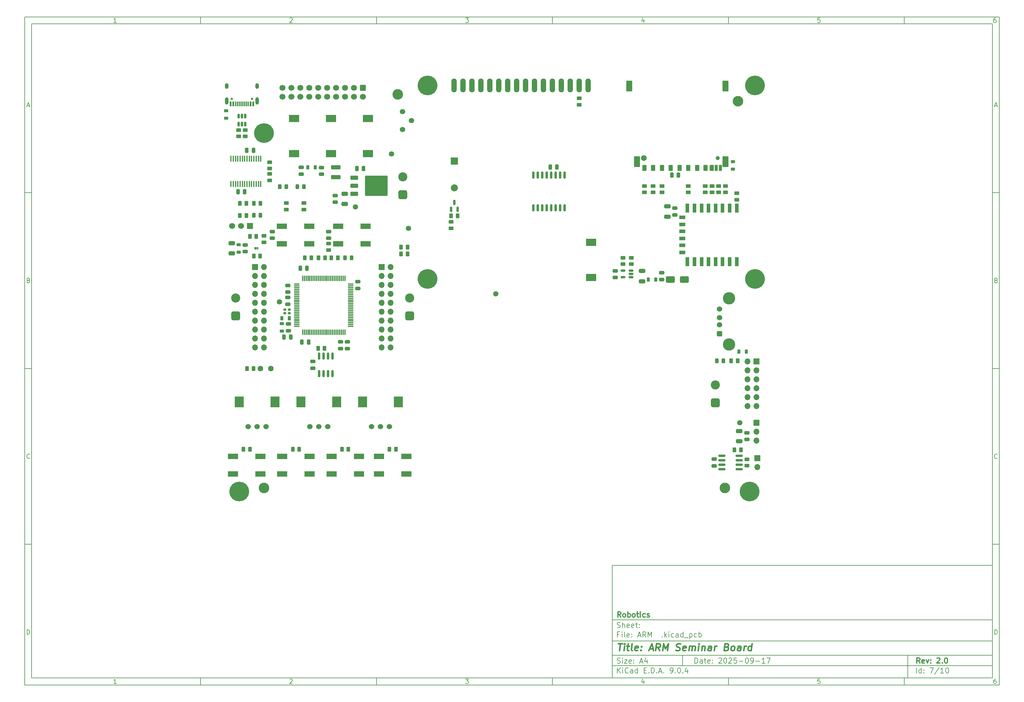
<source format=gts>
G04 #@! TF.GenerationSoftware,KiCad,Pcbnew,9.0.4*
G04 #@! TF.CreationDate,2025-09-17T17:29:24+09:00*
G04 #@! TF.ProjectId,ARM ___ __,41524d20-38f8-4982-90f4-dc2e6b696361,2.0*
G04 #@! TF.SameCoordinates,Original*
G04 #@! TF.FileFunction,Soldermask,Top*
G04 #@! TF.FilePolarity,Negative*
%FSLAX46Y46*%
G04 Gerber Fmt 4.6, Leading zero omitted, Abs format (unit mm)*
G04 Created by KiCad (PCBNEW 9.0.4) date 2025-09-17 17:29:24*
%MOMM*%
%LPD*%
G01*
G04 APERTURE LIST*
G04 Aperture macros list*
%AMRoundRect*
0 Rectangle with rounded corners*
0 $1 Rounding radius*
0 $2 $3 $4 $5 $6 $7 $8 $9 X,Y pos of 4 corners*
0 Add a 4 corners polygon primitive as box body*
4,1,4,$2,$3,$4,$5,$6,$7,$8,$9,$2,$3,0*
0 Add four circle primitives for the rounded corners*
1,1,$1+$1,$2,$3*
1,1,$1+$1,$4,$5*
1,1,$1+$1,$6,$7*
1,1,$1+$1,$8,$9*
0 Add four rect primitives between the rounded corners*
20,1,$1+$1,$2,$3,$4,$5,0*
20,1,$1+$1,$4,$5,$6,$7,0*
20,1,$1+$1,$6,$7,$8,$9,0*
20,1,$1+$1,$8,$9,$2,$3,0*%
%AMOutline4P*
0 Free polygon, 4 corners , with rotation*
0 The origin of the aperture is its center*
0 number of corners: always 4*
0 $1 to $8 corner X, Y*
0 $9 Rotation angle, in degrees counterclockwise*
0 create outline with 4 corners*
4,1,4,$1,$2,$3,$4,$5,$6,$7,$8,$1,$2,$9*%
G04 Aperture macros list end*
%ADD10C,0.100000*%
%ADD11C,0.150000*%
%ADD12C,0.300000*%
%ADD13C,0.400000*%
%ADD14RoundRect,0.250000X-0.262500X-0.450000X0.262500X-0.450000X0.262500X0.450000X-0.262500X0.450000X0*%
%ADD15RoundRect,0.243750X-0.243750X-0.456250X0.243750X-0.456250X0.243750X0.456250X-0.243750X0.456250X0*%
%ADD16C,1.500000*%
%ADD17RoundRect,0.243750X0.243750X0.456250X-0.243750X0.456250X-0.243750X-0.456250X0.243750X-0.456250X0*%
%ADD18RoundRect,0.650000X0.650000X-0.650000X0.650000X0.650000X-0.650000X0.650000X-0.650000X-0.650000X0*%
%ADD19C,2.600000*%
%ADD20RoundRect,0.150000X0.512500X0.150000X-0.512500X0.150000X-0.512500X-0.150000X0.512500X-0.150000X0*%
%ADD21RoundRect,0.250000X0.262500X0.450000X-0.262500X0.450000X-0.262500X-0.450000X0.262500X-0.450000X0*%
%ADD22R,3.000000X2.000000*%
%ADD23R,3.000000X1.524000*%
%ADD24RoundRect,0.250000X0.475000X-0.250000X0.475000X0.250000X-0.475000X0.250000X-0.475000X-0.250000X0*%
%ADD25RoundRect,0.250000X-0.450000X0.262500X-0.450000X-0.262500X0.450000X-0.262500X0.450000X0.262500X0*%
%ADD26RoundRect,0.250000X-0.475000X0.250000X-0.475000X-0.250000X0.475000X-0.250000X0.475000X0.250000X0*%
%ADD27C,1.524000*%
%ADD28Outline4P,-1.250000X-1.500000X1.250000X-1.500000X1.250000X1.500000X-1.250000X1.500000X0.000000*%
%ADD29C,5.600000*%
%ADD30RoundRect,0.250000X-0.650000X0.325000X-0.650000X-0.325000X0.650000X-0.325000X0.650000X0.325000X0*%
%ADD31RoundRect,0.150000X0.150000X-0.587500X0.150000X0.587500X-0.150000X0.587500X-0.150000X-0.587500X0*%
%ADD32RoundRect,0.250000X-1.075000X0.375000X-1.075000X-0.375000X1.075000X-0.375000X1.075000X0.375000X0*%
%ADD33RoundRect,0.250000X0.250000X0.475000X-0.250000X0.475000X-0.250000X-0.475000X0.250000X-0.475000X0*%
%ADD34RoundRect,0.150000X0.150000X-0.825000X0.150000X0.825000X-0.150000X0.825000X-0.150000X-0.825000X0*%
%ADD35C,1.600000*%
%ADD36RoundRect,0.250000X0.650000X-0.325000X0.650000X0.325000X-0.650000X0.325000X-0.650000X-0.325000X0*%
%ADD37C,3.200000*%
%ADD38O,1.501140X4.000500*%
%ADD39RoundRect,0.250000X-0.600000X0.600000X-0.600000X-0.600000X0.600000X-0.600000X0.600000X0.600000X0*%
%ADD40C,1.700000*%
%ADD41R,1.700000X1.700000*%
%ADD42O,1.700000X1.700000*%
%ADD43RoundRect,0.218750X-0.381250X0.218750X-0.381250X-0.218750X0.381250X-0.218750X0.381250X0.218750X0*%
%ADD44RoundRect,0.150000X-0.825000X-0.150000X0.825000X-0.150000X0.825000X0.150000X-0.825000X0.150000X0*%
%ADD45RoundRect,0.250000X-0.250000X-0.475000X0.250000X-0.475000X0.250000X0.475000X-0.250000X0.475000X0*%
%ADD46R,1.000000X2.500000*%
%ADD47R,1.800000X1.000000*%
%ADD48C,3.000000*%
%ADD49RoundRect,0.250000X-0.850000X-0.350000X0.850000X-0.350000X0.850000X0.350000X-0.850000X0.350000X0*%
%ADD50RoundRect,0.249997X-2.950003X-2.650003X2.950003X-2.650003X2.950003X2.650003X-2.950003X2.650003X0*%
%ADD51RoundRect,0.150000X-0.150000X0.512500X-0.150000X-0.512500X0.150000X-0.512500X0.150000X0.512500X0*%
%ADD52RoundRect,0.218750X-0.218750X-0.381250X0.218750X-0.381250X0.218750X0.381250X-0.218750X0.381250X0*%
%ADD53C,0.450000*%
%ADD54RoundRect,0.075000X-0.725000X-0.075000X0.725000X-0.075000X0.725000X0.075000X-0.725000X0.075000X0*%
%ADD55RoundRect,0.075000X-0.075000X-0.725000X0.075000X-0.725000X0.075000X0.725000X-0.075000X0.725000X0*%
%ADD56RoundRect,0.250000X0.450000X-0.262500X0.450000X0.262500X-0.450000X0.262500X-0.450000X-0.262500X0*%
%ADD57RoundRect,0.218750X0.218750X0.381250X-0.218750X0.381250X-0.218750X-0.381250X0.218750X-0.381250X0*%
%ADD58R,0.450000X1.750000*%
%ADD59RoundRect,0.175000X-0.225000X-0.175000X0.225000X-0.175000X0.225000X0.175000X-0.225000X0.175000X0*%
%ADD60RoundRect,0.250000X1.000000X0.650000X-1.000000X0.650000X-1.000000X-0.650000X1.000000X-0.650000X0*%
%ADD61R,2.000000X2.000000*%
%ADD62C,2.000000*%
%ADD63RoundRect,0.150000X-0.150000X0.875000X-0.150000X-0.875000X0.150000X-0.875000X0.150000X0.875000X0*%
%ADD64RoundRect,0.218750X0.381250X-0.218750X0.381250X0.218750X-0.381250X0.218750X-0.381250X-0.218750X0*%
%ADD65RoundRect,0.250000X0.512000X-0.512000X0.512000X0.512000X-0.512000X0.512000X-0.512000X-0.512000X0*%
%ADD66C,3.500000*%
%ADD67C,0.650000*%
%ADD68R,0.600000X1.450000*%
%ADD69R,0.300000X1.450000*%
%ADD70O,1.000000X2.100000*%
%ADD71O,1.000000X1.600000*%
%ADD72C,1.150000*%
%ADD73C,1.650000*%
%ADD74RoundRect,0.102000X0.500000X0.750000X-0.500000X0.750000X-0.500000X-0.750000X0.500000X-0.750000X0*%
%ADD75RoundRect,0.102000X0.350000X0.750000X-0.350000X0.750000X-0.350000X-0.750000X0.350000X-0.750000X0*%
%ADD76RoundRect,0.102000X0.750000X1.400000X-0.750000X1.400000X-0.750000X-1.400000X0.750000X-1.400000X0*%
G04 APERTURE END LIST*
D10*
D11*
X177002200Y-166007200D02*
X285002200Y-166007200D01*
X285002200Y-198007200D01*
X177002200Y-198007200D01*
X177002200Y-166007200D01*
D10*
D11*
X10000000Y-10000000D02*
X287002200Y-10000000D01*
X287002200Y-200007200D01*
X10000000Y-200007200D01*
X10000000Y-10000000D01*
D10*
D11*
X12000000Y-12000000D02*
X285002200Y-12000000D01*
X285002200Y-198007200D01*
X12000000Y-198007200D01*
X12000000Y-12000000D01*
D10*
D11*
X60000000Y-12000000D02*
X60000000Y-10000000D01*
D10*
D11*
X110000000Y-12000000D02*
X110000000Y-10000000D01*
D10*
D11*
X160000000Y-12000000D02*
X160000000Y-10000000D01*
D10*
D11*
X210000000Y-12000000D02*
X210000000Y-10000000D01*
D10*
D11*
X260000000Y-12000000D02*
X260000000Y-10000000D01*
D10*
D11*
X36089160Y-11593604D02*
X35346303Y-11593604D01*
X35717731Y-11593604D02*
X35717731Y-10293604D01*
X35717731Y-10293604D02*
X35593922Y-10479319D01*
X35593922Y-10479319D02*
X35470112Y-10603128D01*
X35470112Y-10603128D02*
X35346303Y-10665033D01*
D10*
D11*
X85346303Y-10417414D02*
X85408207Y-10355509D01*
X85408207Y-10355509D02*
X85532017Y-10293604D01*
X85532017Y-10293604D02*
X85841541Y-10293604D01*
X85841541Y-10293604D02*
X85965350Y-10355509D01*
X85965350Y-10355509D02*
X86027255Y-10417414D01*
X86027255Y-10417414D02*
X86089160Y-10541223D01*
X86089160Y-10541223D02*
X86089160Y-10665033D01*
X86089160Y-10665033D02*
X86027255Y-10850747D01*
X86027255Y-10850747D02*
X85284398Y-11593604D01*
X85284398Y-11593604D02*
X86089160Y-11593604D01*
D10*
D11*
X135284398Y-10293604D02*
X136089160Y-10293604D01*
X136089160Y-10293604D02*
X135655826Y-10788842D01*
X135655826Y-10788842D02*
X135841541Y-10788842D01*
X135841541Y-10788842D02*
X135965350Y-10850747D01*
X135965350Y-10850747D02*
X136027255Y-10912652D01*
X136027255Y-10912652D02*
X136089160Y-11036461D01*
X136089160Y-11036461D02*
X136089160Y-11345985D01*
X136089160Y-11345985D02*
X136027255Y-11469795D01*
X136027255Y-11469795D02*
X135965350Y-11531700D01*
X135965350Y-11531700D02*
X135841541Y-11593604D01*
X135841541Y-11593604D02*
X135470112Y-11593604D01*
X135470112Y-11593604D02*
X135346303Y-11531700D01*
X135346303Y-11531700D02*
X135284398Y-11469795D01*
D10*
D11*
X185965350Y-10726938D02*
X185965350Y-11593604D01*
X185655826Y-10231700D02*
X185346303Y-11160271D01*
X185346303Y-11160271D02*
X186151064Y-11160271D01*
D10*
D11*
X236027255Y-10293604D02*
X235408207Y-10293604D01*
X235408207Y-10293604D02*
X235346303Y-10912652D01*
X235346303Y-10912652D02*
X235408207Y-10850747D01*
X235408207Y-10850747D02*
X235532017Y-10788842D01*
X235532017Y-10788842D02*
X235841541Y-10788842D01*
X235841541Y-10788842D02*
X235965350Y-10850747D01*
X235965350Y-10850747D02*
X236027255Y-10912652D01*
X236027255Y-10912652D02*
X236089160Y-11036461D01*
X236089160Y-11036461D02*
X236089160Y-11345985D01*
X236089160Y-11345985D02*
X236027255Y-11469795D01*
X236027255Y-11469795D02*
X235965350Y-11531700D01*
X235965350Y-11531700D02*
X235841541Y-11593604D01*
X235841541Y-11593604D02*
X235532017Y-11593604D01*
X235532017Y-11593604D02*
X235408207Y-11531700D01*
X235408207Y-11531700D02*
X235346303Y-11469795D01*
D10*
D11*
X285965350Y-10293604D02*
X285717731Y-10293604D01*
X285717731Y-10293604D02*
X285593922Y-10355509D01*
X285593922Y-10355509D02*
X285532017Y-10417414D01*
X285532017Y-10417414D02*
X285408207Y-10603128D01*
X285408207Y-10603128D02*
X285346303Y-10850747D01*
X285346303Y-10850747D02*
X285346303Y-11345985D01*
X285346303Y-11345985D02*
X285408207Y-11469795D01*
X285408207Y-11469795D02*
X285470112Y-11531700D01*
X285470112Y-11531700D02*
X285593922Y-11593604D01*
X285593922Y-11593604D02*
X285841541Y-11593604D01*
X285841541Y-11593604D02*
X285965350Y-11531700D01*
X285965350Y-11531700D02*
X286027255Y-11469795D01*
X286027255Y-11469795D02*
X286089160Y-11345985D01*
X286089160Y-11345985D02*
X286089160Y-11036461D01*
X286089160Y-11036461D02*
X286027255Y-10912652D01*
X286027255Y-10912652D02*
X285965350Y-10850747D01*
X285965350Y-10850747D02*
X285841541Y-10788842D01*
X285841541Y-10788842D02*
X285593922Y-10788842D01*
X285593922Y-10788842D02*
X285470112Y-10850747D01*
X285470112Y-10850747D02*
X285408207Y-10912652D01*
X285408207Y-10912652D02*
X285346303Y-11036461D01*
D10*
D11*
X60000000Y-198007200D02*
X60000000Y-200007200D01*
D10*
D11*
X110000000Y-198007200D02*
X110000000Y-200007200D01*
D10*
D11*
X160000000Y-198007200D02*
X160000000Y-200007200D01*
D10*
D11*
X210000000Y-198007200D02*
X210000000Y-200007200D01*
D10*
D11*
X260000000Y-198007200D02*
X260000000Y-200007200D01*
D10*
D11*
X36089160Y-199600804D02*
X35346303Y-199600804D01*
X35717731Y-199600804D02*
X35717731Y-198300804D01*
X35717731Y-198300804D02*
X35593922Y-198486519D01*
X35593922Y-198486519D02*
X35470112Y-198610328D01*
X35470112Y-198610328D02*
X35346303Y-198672233D01*
D10*
D11*
X85346303Y-198424614D02*
X85408207Y-198362709D01*
X85408207Y-198362709D02*
X85532017Y-198300804D01*
X85532017Y-198300804D02*
X85841541Y-198300804D01*
X85841541Y-198300804D02*
X85965350Y-198362709D01*
X85965350Y-198362709D02*
X86027255Y-198424614D01*
X86027255Y-198424614D02*
X86089160Y-198548423D01*
X86089160Y-198548423D02*
X86089160Y-198672233D01*
X86089160Y-198672233D02*
X86027255Y-198857947D01*
X86027255Y-198857947D02*
X85284398Y-199600804D01*
X85284398Y-199600804D02*
X86089160Y-199600804D01*
D10*
D11*
X135284398Y-198300804D02*
X136089160Y-198300804D01*
X136089160Y-198300804D02*
X135655826Y-198796042D01*
X135655826Y-198796042D02*
X135841541Y-198796042D01*
X135841541Y-198796042D02*
X135965350Y-198857947D01*
X135965350Y-198857947D02*
X136027255Y-198919852D01*
X136027255Y-198919852D02*
X136089160Y-199043661D01*
X136089160Y-199043661D02*
X136089160Y-199353185D01*
X136089160Y-199353185D02*
X136027255Y-199476995D01*
X136027255Y-199476995D02*
X135965350Y-199538900D01*
X135965350Y-199538900D02*
X135841541Y-199600804D01*
X135841541Y-199600804D02*
X135470112Y-199600804D01*
X135470112Y-199600804D02*
X135346303Y-199538900D01*
X135346303Y-199538900D02*
X135284398Y-199476995D01*
D10*
D11*
X185965350Y-198734138D02*
X185965350Y-199600804D01*
X185655826Y-198238900D02*
X185346303Y-199167471D01*
X185346303Y-199167471D02*
X186151064Y-199167471D01*
D10*
D11*
X236027255Y-198300804D02*
X235408207Y-198300804D01*
X235408207Y-198300804D02*
X235346303Y-198919852D01*
X235346303Y-198919852D02*
X235408207Y-198857947D01*
X235408207Y-198857947D02*
X235532017Y-198796042D01*
X235532017Y-198796042D02*
X235841541Y-198796042D01*
X235841541Y-198796042D02*
X235965350Y-198857947D01*
X235965350Y-198857947D02*
X236027255Y-198919852D01*
X236027255Y-198919852D02*
X236089160Y-199043661D01*
X236089160Y-199043661D02*
X236089160Y-199353185D01*
X236089160Y-199353185D02*
X236027255Y-199476995D01*
X236027255Y-199476995D02*
X235965350Y-199538900D01*
X235965350Y-199538900D02*
X235841541Y-199600804D01*
X235841541Y-199600804D02*
X235532017Y-199600804D01*
X235532017Y-199600804D02*
X235408207Y-199538900D01*
X235408207Y-199538900D02*
X235346303Y-199476995D01*
D10*
D11*
X285965350Y-198300804D02*
X285717731Y-198300804D01*
X285717731Y-198300804D02*
X285593922Y-198362709D01*
X285593922Y-198362709D02*
X285532017Y-198424614D01*
X285532017Y-198424614D02*
X285408207Y-198610328D01*
X285408207Y-198610328D02*
X285346303Y-198857947D01*
X285346303Y-198857947D02*
X285346303Y-199353185D01*
X285346303Y-199353185D02*
X285408207Y-199476995D01*
X285408207Y-199476995D02*
X285470112Y-199538900D01*
X285470112Y-199538900D02*
X285593922Y-199600804D01*
X285593922Y-199600804D02*
X285841541Y-199600804D01*
X285841541Y-199600804D02*
X285965350Y-199538900D01*
X285965350Y-199538900D02*
X286027255Y-199476995D01*
X286027255Y-199476995D02*
X286089160Y-199353185D01*
X286089160Y-199353185D02*
X286089160Y-199043661D01*
X286089160Y-199043661D02*
X286027255Y-198919852D01*
X286027255Y-198919852D02*
X285965350Y-198857947D01*
X285965350Y-198857947D02*
X285841541Y-198796042D01*
X285841541Y-198796042D02*
X285593922Y-198796042D01*
X285593922Y-198796042D02*
X285470112Y-198857947D01*
X285470112Y-198857947D02*
X285408207Y-198919852D01*
X285408207Y-198919852D02*
X285346303Y-199043661D01*
D10*
D11*
X10000000Y-60000000D02*
X12000000Y-60000000D01*
D10*
D11*
X10000000Y-110000000D02*
X12000000Y-110000000D01*
D10*
D11*
X10000000Y-160000000D02*
X12000000Y-160000000D01*
D10*
D11*
X10690476Y-35222176D02*
X11309523Y-35222176D01*
X10566666Y-35593604D02*
X10999999Y-34293604D01*
X10999999Y-34293604D02*
X11433333Y-35593604D01*
D10*
D11*
X11092857Y-84912652D02*
X11278571Y-84974557D01*
X11278571Y-84974557D02*
X11340476Y-85036461D01*
X11340476Y-85036461D02*
X11402380Y-85160271D01*
X11402380Y-85160271D02*
X11402380Y-85345985D01*
X11402380Y-85345985D02*
X11340476Y-85469795D01*
X11340476Y-85469795D02*
X11278571Y-85531700D01*
X11278571Y-85531700D02*
X11154761Y-85593604D01*
X11154761Y-85593604D02*
X10659523Y-85593604D01*
X10659523Y-85593604D02*
X10659523Y-84293604D01*
X10659523Y-84293604D02*
X11092857Y-84293604D01*
X11092857Y-84293604D02*
X11216666Y-84355509D01*
X11216666Y-84355509D02*
X11278571Y-84417414D01*
X11278571Y-84417414D02*
X11340476Y-84541223D01*
X11340476Y-84541223D02*
X11340476Y-84665033D01*
X11340476Y-84665033D02*
X11278571Y-84788842D01*
X11278571Y-84788842D02*
X11216666Y-84850747D01*
X11216666Y-84850747D02*
X11092857Y-84912652D01*
X11092857Y-84912652D02*
X10659523Y-84912652D01*
D10*
D11*
X11402380Y-135469795D02*
X11340476Y-135531700D01*
X11340476Y-135531700D02*
X11154761Y-135593604D01*
X11154761Y-135593604D02*
X11030952Y-135593604D01*
X11030952Y-135593604D02*
X10845238Y-135531700D01*
X10845238Y-135531700D02*
X10721428Y-135407890D01*
X10721428Y-135407890D02*
X10659523Y-135284080D01*
X10659523Y-135284080D02*
X10597619Y-135036461D01*
X10597619Y-135036461D02*
X10597619Y-134850747D01*
X10597619Y-134850747D02*
X10659523Y-134603128D01*
X10659523Y-134603128D02*
X10721428Y-134479319D01*
X10721428Y-134479319D02*
X10845238Y-134355509D01*
X10845238Y-134355509D02*
X11030952Y-134293604D01*
X11030952Y-134293604D02*
X11154761Y-134293604D01*
X11154761Y-134293604D02*
X11340476Y-134355509D01*
X11340476Y-134355509D02*
X11402380Y-134417414D01*
D10*
D11*
X10659523Y-185593604D02*
X10659523Y-184293604D01*
X10659523Y-184293604D02*
X10969047Y-184293604D01*
X10969047Y-184293604D02*
X11154761Y-184355509D01*
X11154761Y-184355509D02*
X11278571Y-184479319D01*
X11278571Y-184479319D02*
X11340476Y-184603128D01*
X11340476Y-184603128D02*
X11402380Y-184850747D01*
X11402380Y-184850747D02*
X11402380Y-185036461D01*
X11402380Y-185036461D02*
X11340476Y-185284080D01*
X11340476Y-185284080D02*
X11278571Y-185407890D01*
X11278571Y-185407890D02*
X11154761Y-185531700D01*
X11154761Y-185531700D02*
X10969047Y-185593604D01*
X10969047Y-185593604D02*
X10659523Y-185593604D01*
D10*
D11*
X287002200Y-60000000D02*
X285002200Y-60000000D01*
D10*
D11*
X287002200Y-110000000D02*
X285002200Y-110000000D01*
D10*
D11*
X287002200Y-160000000D02*
X285002200Y-160000000D01*
D10*
D11*
X285692676Y-35222176D02*
X286311723Y-35222176D01*
X285568866Y-35593604D02*
X286002199Y-34293604D01*
X286002199Y-34293604D02*
X286435533Y-35593604D01*
D10*
D11*
X286095057Y-84912652D02*
X286280771Y-84974557D01*
X286280771Y-84974557D02*
X286342676Y-85036461D01*
X286342676Y-85036461D02*
X286404580Y-85160271D01*
X286404580Y-85160271D02*
X286404580Y-85345985D01*
X286404580Y-85345985D02*
X286342676Y-85469795D01*
X286342676Y-85469795D02*
X286280771Y-85531700D01*
X286280771Y-85531700D02*
X286156961Y-85593604D01*
X286156961Y-85593604D02*
X285661723Y-85593604D01*
X285661723Y-85593604D02*
X285661723Y-84293604D01*
X285661723Y-84293604D02*
X286095057Y-84293604D01*
X286095057Y-84293604D02*
X286218866Y-84355509D01*
X286218866Y-84355509D02*
X286280771Y-84417414D01*
X286280771Y-84417414D02*
X286342676Y-84541223D01*
X286342676Y-84541223D02*
X286342676Y-84665033D01*
X286342676Y-84665033D02*
X286280771Y-84788842D01*
X286280771Y-84788842D02*
X286218866Y-84850747D01*
X286218866Y-84850747D02*
X286095057Y-84912652D01*
X286095057Y-84912652D02*
X285661723Y-84912652D01*
D10*
D11*
X286404580Y-135469795D02*
X286342676Y-135531700D01*
X286342676Y-135531700D02*
X286156961Y-135593604D01*
X286156961Y-135593604D02*
X286033152Y-135593604D01*
X286033152Y-135593604D02*
X285847438Y-135531700D01*
X285847438Y-135531700D02*
X285723628Y-135407890D01*
X285723628Y-135407890D02*
X285661723Y-135284080D01*
X285661723Y-135284080D02*
X285599819Y-135036461D01*
X285599819Y-135036461D02*
X285599819Y-134850747D01*
X285599819Y-134850747D02*
X285661723Y-134603128D01*
X285661723Y-134603128D02*
X285723628Y-134479319D01*
X285723628Y-134479319D02*
X285847438Y-134355509D01*
X285847438Y-134355509D02*
X286033152Y-134293604D01*
X286033152Y-134293604D02*
X286156961Y-134293604D01*
X286156961Y-134293604D02*
X286342676Y-134355509D01*
X286342676Y-134355509D02*
X286404580Y-134417414D01*
D10*
D11*
X285661723Y-185593604D02*
X285661723Y-184293604D01*
X285661723Y-184293604D02*
X285971247Y-184293604D01*
X285971247Y-184293604D02*
X286156961Y-184355509D01*
X286156961Y-184355509D02*
X286280771Y-184479319D01*
X286280771Y-184479319D02*
X286342676Y-184603128D01*
X286342676Y-184603128D02*
X286404580Y-184850747D01*
X286404580Y-184850747D02*
X286404580Y-185036461D01*
X286404580Y-185036461D02*
X286342676Y-185284080D01*
X286342676Y-185284080D02*
X286280771Y-185407890D01*
X286280771Y-185407890D02*
X286156961Y-185531700D01*
X286156961Y-185531700D02*
X285971247Y-185593604D01*
X285971247Y-185593604D02*
X285661723Y-185593604D01*
D10*
D11*
X200458026Y-193793328D02*
X200458026Y-192293328D01*
X200458026Y-192293328D02*
X200815169Y-192293328D01*
X200815169Y-192293328D02*
X201029455Y-192364757D01*
X201029455Y-192364757D02*
X201172312Y-192507614D01*
X201172312Y-192507614D02*
X201243741Y-192650471D01*
X201243741Y-192650471D02*
X201315169Y-192936185D01*
X201315169Y-192936185D02*
X201315169Y-193150471D01*
X201315169Y-193150471D02*
X201243741Y-193436185D01*
X201243741Y-193436185D02*
X201172312Y-193579042D01*
X201172312Y-193579042D02*
X201029455Y-193721900D01*
X201029455Y-193721900D02*
X200815169Y-193793328D01*
X200815169Y-193793328D02*
X200458026Y-193793328D01*
X202600884Y-193793328D02*
X202600884Y-193007614D01*
X202600884Y-193007614D02*
X202529455Y-192864757D01*
X202529455Y-192864757D02*
X202386598Y-192793328D01*
X202386598Y-192793328D02*
X202100884Y-192793328D01*
X202100884Y-192793328D02*
X201958026Y-192864757D01*
X202600884Y-193721900D02*
X202458026Y-193793328D01*
X202458026Y-193793328D02*
X202100884Y-193793328D01*
X202100884Y-193793328D02*
X201958026Y-193721900D01*
X201958026Y-193721900D02*
X201886598Y-193579042D01*
X201886598Y-193579042D02*
X201886598Y-193436185D01*
X201886598Y-193436185D02*
X201958026Y-193293328D01*
X201958026Y-193293328D02*
X202100884Y-193221900D01*
X202100884Y-193221900D02*
X202458026Y-193221900D01*
X202458026Y-193221900D02*
X202600884Y-193150471D01*
X203100884Y-192793328D02*
X203672312Y-192793328D01*
X203315169Y-192293328D02*
X203315169Y-193579042D01*
X203315169Y-193579042D02*
X203386598Y-193721900D01*
X203386598Y-193721900D02*
X203529455Y-193793328D01*
X203529455Y-193793328D02*
X203672312Y-193793328D01*
X204743741Y-193721900D02*
X204600884Y-193793328D01*
X204600884Y-193793328D02*
X204315170Y-193793328D01*
X204315170Y-193793328D02*
X204172312Y-193721900D01*
X204172312Y-193721900D02*
X204100884Y-193579042D01*
X204100884Y-193579042D02*
X204100884Y-193007614D01*
X204100884Y-193007614D02*
X204172312Y-192864757D01*
X204172312Y-192864757D02*
X204315170Y-192793328D01*
X204315170Y-192793328D02*
X204600884Y-192793328D01*
X204600884Y-192793328D02*
X204743741Y-192864757D01*
X204743741Y-192864757D02*
X204815170Y-193007614D01*
X204815170Y-193007614D02*
X204815170Y-193150471D01*
X204815170Y-193150471D02*
X204100884Y-193293328D01*
X205458026Y-193650471D02*
X205529455Y-193721900D01*
X205529455Y-193721900D02*
X205458026Y-193793328D01*
X205458026Y-193793328D02*
X205386598Y-193721900D01*
X205386598Y-193721900D02*
X205458026Y-193650471D01*
X205458026Y-193650471D02*
X205458026Y-193793328D01*
X205458026Y-192864757D02*
X205529455Y-192936185D01*
X205529455Y-192936185D02*
X205458026Y-193007614D01*
X205458026Y-193007614D02*
X205386598Y-192936185D01*
X205386598Y-192936185D02*
X205458026Y-192864757D01*
X205458026Y-192864757D02*
X205458026Y-193007614D01*
X207243741Y-192436185D02*
X207315169Y-192364757D01*
X207315169Y-192364757D02*
X207458027Y-192293328D01*
X207458027Y-192293328D02*
X207815169Y-192293328D01*
X207815169Y-192293328D02*
X207958027Y-192364757D01*
X207958027Y-192364757D02*
X208029455Y-192436185D01*
X208029455Y-192436185D02*
X208100884Y-192579042D01*
X208100884Y-192579042D02*
X208100884Y-192721900D01*
X208100884Y-192721900D02*
X208029455Y-192936185D01*
X208029455Y-192936185D02*
X207172312Y-193793328D01*
X207172312Y-193793328D02*
X208100884Y-193793328D01*
X209029455Y-192293328D02*
X209172312Y-192293328D01*
X209172312Y-192293328D02*
X209315169Y-192364757D01*
X209315169Y-192364757D02*
X209386598Y-192436185D01*
X209386598Y-192436185D02*
X209458026Y-192579042D01*
X209458026Y-192579042D02*
X209529455Y-192864757D01*
X209529455Y-192864757D02*
X209529455Y-193221900D01*
X209529455Y-193221900D02*
X209458026Y-193507614D01*
X209458026Y-193507614D02*
X209386598Y-193650471D01*
X209386598Y-193650471D02*
X209315169Y-193721900D01*
X209315169Y-193721900D02*
X209172312Y-193793328D01*
X209172312Y-193793328D02*
X209029455Y-193793328D01*
X209029455Y-193793328D02*
X208886598Y-193721900D01*
X208886598Y-193721900D02*
X208815169Y-193650471D01*
X208815169Y-193650471D02*
X208743740Y-193507614D01*
X208743740Y-193507614D02*
X208672312Y-193221900D01*
X208672312Y-193221900D02*
X208672312Y-192864757D01*
X208672312Y-192864757D02*
X208743740Y-192579042D01*
X208743740Y-192579042D02*
X208815169Y-192436185D01*
X208815169Y-192436185D02*
X208886598Y-192364757D01*
X208886598Y-192364757D02*
X209029455Y-192293328D01*
X210100883Y-192436185D02*
X210172311Y-192364757D01*
X210172311Y-192364757D02*
X210315169Y-192293328D01*
X210315169Y-192293328D02*
X210672311Y-192293328D01*
X210672311Y-192293328D02*
X210815169Y-192364757D01*
X210815169Y-192364757D02*
X210886597Y-192436185D01*
X210886597Y-192436185D02*
X210958026Y-192579042D01*
X210958026Y-192579042D02*
X210958026Y-192721900D01*
X210958026Y-192721900D02*
X210886597Y-192936185D01*
X210886597Y-192936185D02*
X210029454Y-193793328D01*
X210029454Y-193793328D02*
X210958026Y-193793328D01*
X212315168Y-192293328D02*
X211600882Y-192293328D01*
X211600882Y-192293328D02*
X211529454Y-193007614D01*
X211529454Y-193007614D02*
X211600882Y-192936185D01*
X211600882Y-192936185D02*
X211743740Y-192864757D01*
X211743740Y-192864757D02*
X212100882Y-192864757D01*
X212100882Y-192864757D02*
X212243740Y-192936185D01*
X212243740Y-192936185D02*
X212315168Y-193007614D01*
X212315168Y-193007614D02*
X212386597Y-193150471D01*
X212386597Y-193150471D02*
X212386597Y-193507614D01*
X212386597Y-193507614D02*
X212315168Y-193650471D01*
X212315168Y-193650471D02*
X212243740Y-193721900D01*
X212243740Y-193721900D02*
X212100882Y-193793328D01*
X212100882Y-193793328D02*
X211743740Y-193793328D01*
X211743740Y-193793328D02*
X211600882Y-193721900D01*
X211600882Y-193721900D02*
X211529454Y-193650471D01*
X213029453Y-193221900D02*
X214172311Y-193221900D01*
X215172311Y-192293328D02*
X215315168Y-192293328D01*
X215315168Y-192293328D02*
X215458025Y-192364757D01*
X215458025Y-192364757D02*
X215529454Y-192436185D01*
X215529454Y-192436185D02*
X215600882Y-192579042D01*
X215600882Y-192579042D02*
X215672311Y-192864757D01*
X215672311Y-192864757D02*
X215672311Y-193221900D01*
X215672311Y-193221900D02*
X215600882Y-193507614D01*
X215600882Y-193507614D02*
X215529454Y-193650471D01*
X215529454Y-193650471D02*
X215458025Y-193721900D01*
X215458025Y-193721900D02*
X215315168Y-193793328D01*
X215315168Y-193793328D02*
X215172311Y-193793328D01*
X215172311Y-193793328D02*
X215029454Y-193721900D01*
X215029454Y-193721900D02*
X214958025Y-193650471D01*
X214958025Y-193650471D02*
X214886596Y-193507614D01*
X214886596Y-193507614D02*
X214815168Y-193221900D01*
X214815168Y-193221900D02*
X214815168Y-192864757D01*
X214815168Y-192864757D02*
X214886596Y-192579042D01*
X214886596Y-192579042D02*
X214958025Y-192436185D01*
X214958025Y-192436185D02*
X215029454Y-192364757D01*
X215029454Y-192364757D02*
X215172311Y-192293328D01*
X216386596Y-193793328D02*
X216672310Y-193793328D01*
X216672310Y-193793328D02*
X216815167Y-193721900D01*
X216815167Y-193721900D02*
X216886596Y-193650471D01*
X216886596Y-193650471D02*
X217029453Y-193436185D01*
X217029453Y-193436185D02*
X217100882Y-193150471D01*
X217100882Y-193150471D02*
X217100882Y-192579042D01*
X217100882Y-192579042D02*
X217029453Y-192436185D01*
X217029453Y-192436185D02*
X216958025Y-192364757D01*
X216958025Y-192364757D02*
X216815167Y-192293328D01*
X216815167Y-192293328D02*
X216529453Y-192293328D01*
X216529453Y-192293328D02*
X216386596Y-192364757D01*
X216386596Y-192364757D02*
X216315167Y-192436185D01*
X216315167Y-192436185D02*
X216243739Y-192579042D01*
X216243739Y-192579042D02*
X216243739Y-192936185D01*
X216243739Y-192936185D02*
X216315167Y-193079042D01*
X216315167Y-193079042D02*
X216386596Y-193150471D01*
X216386596Y-193150471D02*
X216529453Y-193221900D01*
X216529453Y-193221900D02*
X216815167Y-193221900D01*
X216815167Y-193221900D02*
X216958025Y-193150471D01*
X216958025Y-193150471D02*
X217029453Y-193079042D01*
X217029453Y-193079042D02*
X217100882Y-192936185D01*
X217743738Y-193221900D02*
X218886596Y-193221900D01*
X220386596Y-193793328D02*
X219529453Y-193793328D01*
X219958024Y-193793328D02*
X219958024Y-192293328D01*
X219958024Y-192293328D02*
X219815167Y-192507614D01*
X219815167Y-192507614D02*
X219672310Y-192650471D01*
X219672310Y-192650471D02*
X219529453Y-192721900D01*
X220886595Y-192293328D02*
X221886595Y-192293328D01*
X221886595Y-192293328D02*
X221243738Y-193793328D01*
D10*
D11*
X177002200Y-194507200D02*
X285002200Y-194507200D01*
D10*
D11*
X178458026Y-196593328D02*
X178458026Y-195093328D01*
X179315169Y-196593328D02*
X178672312Y-195736185D01*
X179315169Y-195093328D02*
X178458026Y-195950471D01*
X179958026Y-196593328D02*
X179958026Y-195593328D01*
X179958026Y-195093328D02*
X179886598Y-195164757D01*
X179886598Y-195164757D02*
X179958026Y-195236185D01*
X179958026Y-195236185D02*
X180029455Y-195164757D01*
X180029455Y-195164757D02*
X179958026Y-195093328D01*
X179958026Y-195093328D02*
X179958026Y-195236185D01*
X181529455Y-196450471D02*
X181458027Y-196521900D01*
X181458027Y-196521900D02*
X181243741Y-196593328D01*
X181243741Y-196593328D02*
X181100884Y-196593328D01*
X181100884Y-196593328D02*
X180886598Y-196521900D01*
X180886598Y-196521900D02*
X180743741Y-196379042D01*
X180743741Y-196379042D02*
X180672312Y-196236185D01*
X180672312Y-196236185D02*
X180600884Y-195950471D01*
X180600884Y-195950471D02*
X180600884Y-195736185D01*
X180600884Y-195736185D02*
X180672312Y-195450471D01*
X180672312Y-195450471D02*
X180743741Y-195307614D01*
X180743741Y-195307614D02*
X180886598Y-195164757D01*
X180886598Y-195164757D02*
X181100884Y-195093328D01*
X181100884Y-195093328D02*
X181243741Y-195093328D01*
X181243741Y-195093328D02*
X181458027Y-195164757D01*
X181458027Y-195164757D02*
X181529455Y-195236185D01*
X182815170Y-196593328D02*
X182815170Y-195807614D01*
X182815170Y-195807614D02*
X182743741Y-195664757D01*
X182743741Y-195664757D02*
X182600884Y-195593328D01*
X182600884Y-195593328D02*
X182315170Y-195593328D01*
X182315170Y-195593328D02*
X182172312Y-195664757D01*
X182815170Y-196521900D02*
X182672312Y-196593328D01*
X182672312Y-196593328D02*
X182315170Y-196593328D01*
X182315170Y-196593328D02*
X182172312Y-196521900D01*
X182172312Y-196521900D02*
X182100884Y-196379042D01*
X182100884Y-196379042D02*
X182100884Y-196236185D01*
X182100884Y-196236185D02*
X182172312Y-196093328D01*
X182172312Y-196093328D02*
X182315170Y-196021900D01*
X182315170Y-196021900D02*
X182672312Y-196021900D01*
X182672312Y-196021900D02*
X182815170Y-195950471D01*
X184172313Y-196593328D02*
X184172313Y-195093328D01*
X184172313Y-196521900D02*
X184029455Y-196593328D01*
X184029455Y-196593328D02*
X183743741Y-196593328D01*
X183743741Y-196593328D02*
X183600884Y-196521900D01*
X183600884Y-196521900D02*
X183529455Y-196450471D01*
X183529455Y-196450471D02*
X183458027Y-196307614D01*
X183458027Y-196307614D02*
X183458027Y-195879042D01*
X183458027Y-195879042D02*
X183529455Y-195736185D01*
X183529455Y-195736185D02*
X183600884Y-195664757D01*
X183600884Y-195664757D02*
X183743741Y-195593328D01*
X183743741Y-195593328D02*
X184029455Y-195593328D01*
X184029455Y-195593328D02*
X184172313Y-195664757D01*
X186029455Y-195807614D02*
X186529455Y-195807614D01*
X186743741Y-196593328D02*
X186029455Y-196593328D01*
X186029455Y-196593328D02*
X186029455Y-195093328D01*
X186029455Y-195093328D02*
X186743741Y-195093328D01*
X187386598Y-196450471D02*
X187458027Y-196521900D01*
X187458027Y-196521900D02*
X187386598Y-196593328D01*
X187386598Y-196593328D02*
X187315170Y-196521900D01*
X187315170Y-196521900D02*
X187386598Y-196450471D01*
X187386598Y-196450471D02*
X187386598Y-196593328D01*
X188100884Y-196593328D02*
X188100884Y-195093328D01*
X188100884Y-195093328D02*
X188458027Y-195093328D01*
X188458027Y-195093328D02*
X188672313Y-195164757D01*
X188672313Y-195164757D02*
X188815170Y-195307614D01*
X188815170Y-195307614D02*
X188886599Y-195450471D01*
X188886599Y-195450471D02*
X188958027Y-195736185D01*
X188958027Y-195736185D02*
X188958027Y-195950471D01*
X188958027Y-195950471D02*
X188886599Y-196236185D01*
X188886599Y-196236185D02*
X188815170Y-196379042D01*
X188815170Y-196379042D02*
X188672313Y-196521900D01*
X188672313Y-196521900D02*
X188458027Y-196593328D01*
X188458027Y-196593328D02*
X188100884Y-196593328D01*
X189600884Y-196450471D02*
X189672313Y-196521900D01*
X189672313Y-196521900D02*
X189600884Y-196593328D01*
X189600884Y-196593328D02*
X189529456Y-196521900D01*
X189529456Y-196521900D02*
X189600884Y-196450471D01*
X189600884Y-196450471D02*
X189600884Y-196593328D01*
X190243742Y-196164757D02*
X190958028Y-196164757D01*
X190100885Y-196593328D02*
X190600885Y-195093328D01*
X190600885Y-195093328D02*
X191100885Y-196593328D01*
X191600884Y-196450471D02*
X191672313Y-196521900D01*
X191672313Y-196521900D02*
X191600884Y-196593328D01*
X191600884Y-196593328D02*
X191529456Y-196521900D01*
X191529456Y-196521900D02*
X191600884Y-196450471D01*
X191600884Y-196450471D02*
X191600884Y-196593328D01*
X193529456Y-196593328D02*
X193815170Y-196593328D01*
X193815170Y-196593328D02*
X193958027Y-196521900D01*
X193958027Y-196521900D02*
X194029456Y-196450471D01*
X194029456Y-196450471D02*
X194172313Y-196236185D01*
X194172313Y-196236185D02*
X194243742Y-195950471D01*
X194243742Y-195950471D02*
X194243742Y-195379042D01*
X194243742Y-195379042D02*
X194172313Y-195236185D01*
X194172313Y-195236185D02*
X194100885Y-195164757D01*
X194100885Y-195164757D02*
X193958027Y-195093328D01*
X193958027Y-195093328D02*
X193672313Y-195093328D01*
X193672313Y-195093328D02*
X193529456Y-195164757D01*
X193529456Y-195164757D02*
X193458027Y-195236185D01*
X193458027Y-195236185D02*
X193386599Y-195379042D01*
X193386599Y-195379042D02*
X193386599Y-195736185D01*
X193386599Y-195736185D02*
X193458027Y-195879042D01*
X193458027Y-195879042D02*
X193529456Y-195950471D01*
X193529456Y-195950471D02*
X193672313Y-196021900D01*
X193672313Y-196021900D02*
X193958027Y-196021900D01*
X193958027Y-196021900D02*
X194100885Y-195950471D01*
X194100885Y-195950471D02*
X194172313Y-195879042D01*
X194172313Y-195879042D02*
X194243742Y-195736185D01*
X194886598Y-196450471D02*
X194958027Y-196521900D01*
X194958027Y-196521900D02*
X194886598Y-196593328D01*
X194886598Y-196593328D02*
X194815170Y-196521900D01*
X194815170Y-196521900D02*
X194886598Y-196450471D01*
X194886598Y-196450471D02*
X194886598Y-196593328D01*
X195886599Y-195093328D02*
X196029456Y-195093328D01*
X196029456Y-195093328D02*
X196172313Y-195164757D01*
X196172313Y-195164757D02*
X196243742Y-195236185D01*
X196243742Y-195236185D02*
X196315170Y-195379042D01*
X196315170Y-195379042D02*
X196386599Y-195664757D01*
X196386599Y-195664757D02*
X196386599Y-196021900D01*
X196386599Y-196021900D02*
X196315170Y-196307614D01*
X196315170Y-196307614D02*
X196243742Y-196450471D01*
X196243742Y-196450471D02*
X196172313Y-196521900D01*
X196172313Y-196521900D02*
X196029456Y-196593328D01*
X196029456Y-196593328D02*
X195886599Y-196593328D01*
X195886599Y-196593328D02*
X195743742Y-196521900D01*
X195743742Y-196521900D02*
X195672313Y-196450471D01*
X195672313Y-196450471D02*
X195600884Y-196307614D01*
X195600884Y-196307614D02*
X195529456Y-196021900D01*
X195529456Y-196021900D02*
X195529456Y-195664757D01*
X195529456Y-195664757D02*
X195600884Y-195379042D01*
X195600884Y-195379042D02*
X195672313Y-195236185D01*
X195672313Y-195236185D02*
X195743742Y-195164757D01*
X195743742Y-195164757D02*
X195886599Y-195093328D01*
X197029455Y-196450471D02*
X197100884Y-196521900D01*
X197100884Y-196521900D02*
X197029455Y-196593328D01*
X197029455Y-196593328D02*
X196958027Y-196521900D01*
X196958027Y-196521900D02*
X197029455Y-196450471D01*
X197029455Y-196450471D02*
X197029455Y-196593328D01*
X198386599Y-195593328D02*
X198386599Y-196593328D01*
X198029456Y-195021900D02*
X197672313Y-196093328D01*
X197672313Y-196093328D02*
X198600884Y-196093328D01*
D10*
D11*
X177002200Y-191507200D02*
X285002200Y-191507200D01*
D10*
D12*
X264413853Y-193785528D02*
X263913853Y-193071242D01*
X263556710Y-193785528D02*
X263556710Y-192285528D01*
X263556710Y-192285528D02*
X264128139Y-192285528D01*
X264128139Y-192285528D02*
X264270996Y-192356957D01*
X264270996Y-192356957D02*
X264342425Y-192428385D01*
X264342425Y-192428385D02*
X264413853Y-192571242D01*
X264413853Y-192571242D02*
X264413853Y-192785528D01*
X264413853Y-192785528D02*
X264342425Y-192928385D01*
X264342425Y-192928385D02*
X264270996Y-192999814D01*
X264270996Y-192999814D02*
X264128139Y-193071242D01*
X264128139Y-193071242D02*
X263556710Y-193071242D01*
X265628139Y-193714100D02*
X265485282Y-193785528D01*
X265485282Y-193785528D02*
X265199568Y-193785528D01*
X265199568Y-193785528D02*
X265056710Y-193714100D01*
X265056710Y-193714100D02*
X264985282Y-193571242D01*
X264985282Y-193571242D02*
X264985282Y-192999814D01*
X264985282Y-192999814D02*
X265056710Y-192856957D01*
X265056710Y-192856957D02*
X265199568Y-192785528D01*
X265199568Y-192785528D02*
X265485282Y-192785528D01*
X265485282Y-192785528D02*
X265628139Y-192856957D01*
X265628139Y-192856957D02*
X265699568Y-192999814D01*
X265699568Y-192999814D02*
X265699568Y-193142671D01*
X265699568Y-193142671D02*
X264985282Y-193285528D01*
X266199567Y-192785528D02*
X266556710Y-193785528D01*
X266556710Y-193785528D02*
X266913853Y-192785528D01*
X267485281Y-193642671D02*
X267556710Y-193714100D01*
X267556710Y-193714100D02*
X267485281Y-193785528D01*
X267485281Y-193785528D02*
X267413853Y-193714100D01*
X267413853Y-193714100D02*
X267485281Y-193642671D01*
X267485281Y-193642671D02*
X267485281Y-193785528D01*
X267485281Y-192856957D02*
X267556710Y-192928385D01*
X267556710Y-192928385D02*
X267485281Y-192999814D01*
X267485281Y-192999814D02*
X267413853Y-192928385D01*
X267413853Y-192928385D02*
X267485281Y-192856957D01*
X267485281Y-192856957D02*
X267485281Y-192999814D01*
X269270996Y-192428385D02*
X269342424Y-192356957D01*
X269342424Y-192356957D02*
X269485282Y-192285528D01*
X269485282Y-192285528D02*
X269842424Y-192285528D01*
X269842424Y-192285528D02*
X269985282Y-192356957D01*
X269985282Y-192356957D02*
X270056710Y-192428385D01*
X270056710Y-192428385D02*
X270128139Y-192571242D01*
X270128139Y-192571242D02*
X270128139Y-192714100D01*
X270128139Y-192714100D02*
X270056710Y-192928385D01*
X270056710Y-192928385D02*
X269199567Y-193785528D01*
X269199567Y-193785528D02*
X270128139Y-193785528D01*
X270770995Y-193642671D02*
X270842424Y-193714100D01*
X270842424Y-193714100D02*
X270770995Y-193785528D01*
X270770995Y-193785528D02*
X270699567Y-193714100D01*
X270699567Y-193714100D02*
X270770995Y-193642671D01*
X270770995Y-193642671D02*
X270770995Y-193785528D01*
X271770996Y-192285528D02*
X271913853Y-192285528D01*
X271913853Y-192285528D02*
X272056710Y-192356957D01*
X272056710Y-192356957D02*
X272128139Y-192428385D01*
X272128139Y-192428385D02*
X272199567Y-192571242D01*
X272199567Y-192571242D02*
X272270996Y-192856957D01*
X272270996Y-192856957D02*
X272270996Y-193214100D01*
X272270996Y-193214100D02*
X272199567Y-193499814D01*
X272199567Y-193499814D02*
X272128139Y-193642671D01*
X272128139Y-193642671D02*
X272056710Y-193714100D01*
X272056710Y-193714100D02*
X271913853Y-193785528D01*
X271913853Y-193785528D02*
X271770996Y-193785528D01*
X271770996Y-193785528D02*
X271628139Y-193714100D01*
X271628139Y-193714100D02*
X271556710Y-193642671D01*
X271556710Y-193642671D02*
X271485281Y-193499814D01*
X271485281Y-193499814D02*
X271413853Y-193214100D01*
X271413853Y-193214100D02*
X271413853Y-192856957D01*
X271413853Y-192856957D02*
X271485281Y-192571242D01*
X271485281Y-192571242D02*
X271556710Y-192428385D01*
X271556710Y-192428385D02*
X271628139Y-192356957D01*
X271628139Y-192356957D02*
X271770996Y-192285528D01*
D10*
D11*
X178386598Y-193721900D02*
X178600884Y-193793328D01*
X178600884Y-193793328D02*
X178958026Y-193793328D01*
X178958026Y-193793328D02*
X179100884Y-193721900D01*
X179100884Y-193721900D02*
X179172312Y-193650471D01*
X179172312Y-193650471D02*
X179243741Y-193507614D01*
X179243741Y-193507614D02*
X179243741Y-193364757D01*
X179243741Y-193364757D02*
X179172312Y-193221900D01*
X179172312Y-193221900D02*
X179100884Y-193150471D01*
X179100884Y-193150471D02*
X178958026Y-193079042D01*
X178958026Y-193079042D02*
X178672312Y-193007614D01*
X178672312Y-193007614D02*
X178529455Y-192936185D01*
X178529455Y-192936185D02*
X178458026Y-192864757D01*
X178458026Y-192864757D02*
X178386598Y-192721900D01*
X178386598Y-192721900D02*
X178386598Y-192579042D01*
X178386598Y-192579042D02*
X178458026Y-192436185D01*
X178458026Y-192436185D02*
X178529455Y-192364757D01*
X178529455Y-192364757D02*
X178672312Y-192293328D01*
X178672312Y-192293328D02*
X179029455Y-192293328D01*
X179029455Y-192293328D02*
X179243741Y-192364757D01*
X179886597Y-193793328D02*
X179886597Y-192793328D01*
X179886597Y-192293328D02*
X179815169Y-192364757D01*
X179815169Y-192364757D02*
X179886597Y-192436185D01*
X179886597Y-192436185D02*
X179958026Y-192364757D01*
X179958026Y-192364757D02*
X179886597Y-192293328D01*
X179886597Y-192293328D02*
X179886597Y-192436185D01*
X180458026Y-192793328D02*
X181243741Y-192793328D01*
X181243741Y-192793328D02*
X180458026Y-193793328D01*
X180458026Y-193793328D02*
X181243741Y-193793328D01*
X182386598Y-193721900D02*
X182243741Y-193793328D01*
X182243741Y-193793328D02*
X181958027Y-193793328D01*
X181958027Y-193793328D02*
X181815169Y-193721900D01*
X181815169Y-193721900D02*
X181743741Y-193579042D01*
X181743741Y-193579042D02*
X181743741Y-193007614D01*
X181743741Y-193007614D02*
X181815169Y-192864757D01*
X181815169Y-192864757D02*
X181958027Y-192793328D01*
X181958027Y-192793328D02*
X182243741Y-192793328D01*
X182243741Y-192793328D02*
X182386598Y-192864757D01*
X182386598Y-192864757D02*
X182458027Y-193007614D01*
X182458027Y-193007614D02*
X182458027Y-193150471D01*
X182458027Y-193150471D02*
X181743741Y-193293328D01*
X183100883Y-193650471D02*
X183172312Y-193721900D01*
X183172312Y-193721900D02*
X183100883Y-193793328D01*
X183100883Y-193793328D02*
X183029455Y-193721900D01*
X183029455Y-193721900D02*
X183100883Y-193650471D01*
X183100883Y-193650471D02*
X183100883Y-193793328D01*
X183100883Y-192864757D02*
X183172312Y-192936185D01*
X183172312Y-192936185D02*
X183100883Y-193007614D01*
X183100883Y-193007614D02*
X183029455Y-192936185D01*
X183029455Y-192936185D02*
X183100883Y-192864757D01*
X183100883Y-192864757D02*
X183100883Y-193007614D01*
X184886598Y-193364757D02*
X185600884Y-193364757D01*
X184743741Y-193793328D02*
X185243741Y-192293328D01*
X185243741Y-192293328D02*
X185743741Y-193793328D01*
X186886598Y-192793328D02*
X186886598Y-193793328D01*
X186529455Y-192221900D02*
X186172312Y-193293328D01*
X186172312Y-193293328D02*
X187100883Y-193293328D01*
D10*
D11*
X263458026Y-196593328D02*
X263458026Y-195093328D01*
X264815170Y-196593328D02*
X264815170Y-195093328D01*
X264815170Y-196521900D02*
X264672312Y-196593328D01*
X264672312Y-196593328D02*
X264386598Y-196593328D01*
X264386598Y-196593328D02*
X264243741Y-196521900D01*
X264243741Y-196521900D02*
X264172312Y-196450471D01*
X264172312Y-196450471D02*
X264100884Y-196307614D01*
X264100884Y-196307614D02*
X264100884Y-195879042D01*
X264100884Y-195879042D02*
X264172312Y-195736185D01*
X264172312Y-195736185D02*
X264243741Y-195664757D01*
X264243741Y-195664757D02*
X264386598Y-195593328D01*
X264386598Y-195593328D02*
X264672312Y-195593328D01*
X264672312Y-195593328D02*
X264815170Y-195664757D01*
X265529455Y-196450471D02*
X265600884Y-196521900D01*
X265600884Y-196521900D02*
X265529455Y-196593328D01*
X265529455Y-196593328D02*
X265458027Y-196521900D01*
X265458027Y-196521900D02*
X265529455Y-196450471D01*
X265529455Y-196450471D02*
X265529455Y-196593328D01*
X265529455Y-195664757D02*
X265600884Y-195736185D01*
X265600884Y-195736185D02*
X265529455Y-195807614D01*
X265529455Y-195807614D02*
X265458027Y-195736185D01*
X265458027Y-195736185D02*
X265529455Y-195664757D01*
X265529455Y-195664757D02*
X265529455Y-195807614D01*
X267243741Y-195093328D02*
X268243741Y-195093328D01*
X268243741Y-195093328D02*
X267600884Y-196593328D01*
X269886598Y-195021900D02*
X268600884Y-196950471D01*
X271172313Y-196593328D02*
X270315170Y-196593328D01*
X270743741Y-196593328D02*
X270743741Y-195093328D01*
X270743741Y-195093328D02*
X270600884Y-195307614D01*
X270600884Y-195307614D02*
X270458027Y-195450471D01*
X270458027Y-195450471D02*
X270315170Y-195521900D01*
X272100884Y-195093328D02*
X272243741Y-195093328D01*
X272243741Y-195093328D02*
X272386598Y-195164757D01*
X272386598Y-195164757D02*
X272458027Y-195236185D01*
X272458027Y-195236185D02*
X272529455Y-195379042D01*
X272529455Y-195379042D02*
X272600884Y-195664757D01*
X272600884Y-195664757D02*
X272600884Y-196021900D01*
X272600884Y-196021900D02*
X272529455Y-196307614D01*
X272529455Y-196307614D02*
X272458027Y-196450471D01*
X272458027Y-196450471D02*
X272386598Y-196521900D01*
X272386598Y-196521900D02*
X272243741Y-196593328D01*
X272243741Y-196593328D02*
X272100884Y-196593328D01*
X272100884Y-196593328D02*
X271958027Y-196521900D01*
X271958027Y-196521900D02*
X271886598Y-196450471D01*
X271886598Y-196450471D02*
X271815169Y-196307614D01*
X271815169Y-196307614D02*
X271743741Y-196021900D01*
X271743741Y-196021900D02*
X271743741Y-195664757D01*
X271743741Y-195664757D02*
X271815169Y-195379042D01*
X271815169Y-195379042D02*
X271886598Y-195236185D01*
X271886598Y-195236185D02*
X271958027Y-195164757D01*
X271958027Y-195164757D02*
X272100884Y-195093328D01*
D10*
D11*
X177002200Y-187507200D02*
X285002200Y-187507200D01*
D10*
D13*
X178693928Y-188211638D02*
X179836785Y-188211638D01*
X179015357Y-190211638D02*
X179265357Y-188211638D01*
X180253452Y-190211638D02*
X180420119Y-188878304D01*
X180503452Y-188211638D02*
X180396309Y-188306876D01*
X180396309Y-188306876D02*
X180479643Y-188402114D01*
X180479643Y-188402114D02*
X180586786Y-188306876D01*
X180586786Y-188306876D02*
X180503452Y-188211638D01*
X180503452Y-188211638D02*
X180479643Y-188402114D01*
X181086786Y-188878304D02*
X181848690Y-188878304D01*
X181455833Y-188211638D02*
X181241548Y-189925923D01*
X181241548Y-189925923D02*
X181312976Y-190116400D01*
X181312976Y-190116400D02*
X181491548Y-190211638D01*
X181491548Y-190211638D02*
X181682024Y-190211638D01*
X182634405Y-190211638D02*
X182455833Y-190116400D01*
X182455833Y-190116400D02*
X182384405Y-189925923D01*
X182384405Y-189925923D02*
X182598690Y-188211638D01*
X184170119Y-190116400D02*
X183967738Y-190211638D01*
X183967738Y-190211638D02*
X183586785Y-190211638D01*
X183586785Y-190211638D02*
X183408214Y-190116400D01*
X183408214Y-190116400D02*
X183336785Y-189925923D01*
X183336785Y-189925923D02*
X183432024Y-189164019D01*
X183432024Y-189164019D02*
X183551071Y-188973542D01*
X183551071Y-188973542D02*
X183753452Y-188878304D01*
X183753452Y-188878304D02*
X184134404Y-188878304D01*
X184134404Y-188878304D02*
X184312976Y-188973542D01*
X184312976Y-188973542D02*
X184384404Y-189164019D01*
X184384404Y-189164019D02*
X184360595Y-189354495D01*
X184360595Y-189354495D02*
X183384404Y-189544971D01*
X185134405Y-190021161D02*
X185217738Y-190116400D01*
X185217738Y-190116400D02*
X185110595Y-190211638D01*
X185110595Y-190211638D02*
X185027262Y-190116400D01*
X185027262Y-190116400D02*
X185134405Y-190021161D01*
X185134405Y-190021161D02*
X185110595Y-190211638D01*
X185265357Y-188973542D02*
X185348690Y-189068780D01*
X185348690Y-189068780D02*
X185241548Y-189164019D01*
X185241548Y-189164019D02*
X185158214Y-189068780D01*
X185158214Y-189068780D02*
X185265357Y-188973542D01*
X185265357Y-188973542D02*
X185241548Y-189164019D01*
X187562977Y-189640209D02*
X188515358Y-189640209D01*
X187301072Y-190211638D02*
X188217739Y-188211638D01*
X188217739Y-188211638D02*
X188634405Y-190211638D01*
X190443929Y-190211638D02*
X189896310Y-189259257D01*
X189301072Y-190211638D02*
X189551072Y-188211638D01*
X189551072Y-188211638D02*
X190312977Y-188211638D01*
X190312977Y-188211638D02*
X190491548Y-188306876D01*
X190491548Y-188306876D02*
X190574882Y-188402114D01*
X190574882Y-188402114D02*
X190646310Y-188592590D01*
X190646310Y-188592590D02*
X190610596Y-188878304D01*
X190610596Y-188878304D02*
X190491548Y-189068780D01*
X190491548Y-189068780D02*
X190384406Y-189164019D01*
X190384406Y-189164019D02*
X190182025Y-189259257D01*
X190182025Y-189259257D02*
X189420120Y-189259257D01*
X191301072Y-190211638D02*
X191551072Y-188211638D01*
X191551072Y-188211638D02*
X192039167Y-189640209D01*
X192039167Y-189640209D02*
X192884406Y-188211638D01*
X192884406Y-188211638D02*
X192634406Y-190211638D01*
X195027263Y-190116400D02*
X195301072Y-190211638D01*
X195301072Y-190211638D02*
X195777263Y-190211638D01*
X195777263Y-190211638D02*
X195979644Y-190116400D01*
X195979644Y-190116400D02*
X196086787Y-190021161D01*
X196086787Y-190021161D02*
X196205834Y-189830685D01*
X196205834Y-189830685D02*
X196229644Y-189640209D01*
X196229644Y-189640209D02*
X196158215Y-189449733D01*
X196158215Y-189449733D02*
X196074882Y-189354495D01*
X196074882Y-189354495D02*
X195896311Y-189259257D01*
X195896311Y-189259257D02*
X195527263Y-189164019D01*
X195527263Y-189164019D02*
X195348691Y-189068780D01*
X195348691Y-189068780D02*
X195265358Y-188973542D01*
X195265358Y-188973542D02*
X195193930Y-188783066D01*
X195193930Y-188783066D02*
X195217739Y-188592590D01*
X195217739Y-188592590D02*
X195336787Y-188402114D01*
X195336787Y-188402114D02*
X195443930Y-188306876D01*
X195443930Y-188306876D02*
X195646311Y-188211638D01*
X195646311Y-188211638D02*
X196122501Y-188211638D01*
X196122501Y-188211638D02*
X196396311Y-188306876D01*
X197789168Y-190116400D02*
X197586787Y-190211638D01*
X197586787Y-190211638D02*
X197205834Y-190211638D01*
X197205834Y-190211638D02*
X197027263Y-190116400D01*
X197027263Y-190116400D02*
X196955834Y-189925923D01*
X196955834Y-189925923D02*
X197051073Y-189164019D01*
X197051073Y-189164019D02*
X197170120Y-188973542D01*
X197170120Y-188973542D02*
X197372501Y-188878304D01*
X197372501Y-188878304D02*
X197753453Y-188878304D01*
X197753453Y-188878304D02*
X197932025Y-188973542D01*
X197932025Y-188973542D02*
X198003453Y-189164019D01*
X198003453Y-189164019D02*
X197979644Y-189354495D01*
X197979644Y-189354495D02*
X197003453Y-189544971D01*
X198729644Y-190211638D02*
X198896311Y-188878304D01*
X198872501Y-189068780D02*
X198979644Y-188973542D01*
X198979644Y-188973542D02*
X199182025Y-188878304D01*
X199182025Y-188878304D02*
X199467739Y-188878304D01*
X199467739Y-188878304D02*
X199646311Y-188973542D01*
X199646311Y-188973542D02*
X199717739Y-189164019D01*
X199717739Y-189164019D02*
X199586787Y-190211638D01*
X199717739Y-189164019D02*
X199836787Y-188973542D01*
X199836787Y-188973542D02*
X200039168Y-188878304D01*
X200039168Y-188878304D02*
X200324882Y-188878304D01*
X200324882Y-188878304D02*
X200503454Y-188973542D01*
X200503454Y-188973542D02*
X200574882Y-189164019D01*
X200574882Y-189164019D02*
X200443930Y-190211638D01*
X201396311Y-190211638D02*
X201562978Y-188878304D01*
X201646311Y-188211638D02*
X201539168Y-188306876D01*
X201539168Y-188306876D02*
X201622502Y-188402114D01*
X201622502Y-188402114D02*
X201729645Y-188306876D01*
X201729645Y-188306876D02*
X201646311Y-188211638D01*
X201646311Y-188211638D02*
X201622502Y-188402114D01*
X202515359Y-188878304D02*
X202348692Y-190211638D01*
X202491549Y-189068780D02*
X202598692Y-188973542D01*
X202598692Y-188973542D02*
X202801073Y-188878304D01*
X202801073Y-188878304D02*
X203086787Y-188878304D01*
X203086787Y-188878304D02*
X203265359Y-188973542D01*
X203265359Y-188973542D02*
X203336787Y-189164019D01*
X203336787Y-189164019D02*
X203205835Y-190211638D01*
X205015359Y-190211638D02*
X205146311Y-189164019D01*
X205146311Y-189164019D02*
X205074883Y-188973542D01*
X205074883Y-188973542D02*
X204896311Y-188878304D01*
X204896311Y-188878304D02*
X204515359Y-188878304D01*
X204515359Y-188878304D02*
X204312978Y-188973542D01*
X205027264Y-190116400D02*
X204824883Y-190211638D01*
X204824883Y-190211638D02*
X204348692Y-190211638D01*
X204348692Y-190211638D02*
X204170121Y-190116400D01*
X204170121Y-190116400D02*
X204098692Y-189925923D01*
X204098692Y-189925923D02*
X204122502Y-189735447D01*
X204122502Y-189735447D02*
X204241550Y-189544971D01*
X204241550Y-189544971D02*
X204443931Y-189449733D01*
X204443931Y-189449733D02*
X204920121Y-189449733D01*
X204920121Y-189449733D02*
X205122502Y-189354495D01*
X205967740Y-190211638D02*
X206134407Y-188878304D01*
X206086788Y-189259257D02*
X206205835Y-189068780D01*
X206205835Y-189068780D02*
X206312978Y-188973542D01*
X206312978Y-188973542D02*
X206515359Y-188878304D01*
X206515359Y-188878304D02*
X206705835Y-188878304D01*
X209527264Y-189164019D02*
X209801074Y-189259257D01*
X209801074Y-189259257D02*
X209884407Y-189354495D01*
X209884407Y-189354495D02*
X209955836Y-189544971D01*
X209955836Y-189544971D02*
X209920121Y-189830685D01*
X209920121Y-189830685D02*
X209801074Y-190021161D01*
X209801074Y-190021161D02*
X209693931Y-190116400D01*
X209693931Y-190116400D02*
X209491550Y-190211638D01*
X209491550Y-190211638D02*
X208729645Y-190211638D01*
X208729645Y-190211638D02*
X208979645Y-188211638D01*
X208979645Y-188211638D02*
X209646312Y-188211638D01*
X209646312Y-188211638D02*
X209824883Y-188306876D01*
X209824883Y-188306876D02*
X209908217Y-188402114D01*
X209908217Y-188402114D02*
X209979645Y-188592590D01*
X209979645Y-188592590D02*
X209955836Y-188783066D01*
X209955836Y-188783066D02*
X209836788Y-188973542D01*
X209836788Y-188973542D02*
X209729645Y-189068780D01*
X209729645Y-189068780D02*
X209527264Y-189164019D01*
X209527264Y-189164019D02*
X208860598Y-189164019D01*
X211015360Y-190211638D02*
X210836788Y-190116400D01*
X210836788Y-190116400D02*
X210753455Y-190021161D01*
X210753455Y-190021161D02*
X210682026Y-189830685D01*
X210682026Y-189830685D02*
X210753455Y-189259257D01*
X210753455Y-189259257D02*
X210872502Y-189068780D01*
X210872502Y-189068780D02*
X210979645Y-188973542D01*
X210979645Y-188973542D02*
X211182026Y-188878304D01*
X211182026Y-188878304D02*
X211467740Y-188878304D01*
X211467740Y-188878304D02*
X211646312Y-188973542D01*
X211646312Y-188973542D02*
X211729645Y-189068780D01*
X211729645Y-189068780D02*
X211801074Y-189259257D01*
X211801074Y-189259257D02*
X211729645Y-189830685D01*
X211729645Y-189830685D02*
X211610598Y-190021161D01*
X211610598Y-190021161D02*
X211503455Y-190116400D01*
X211503455Y-190116400D02*
X211301074Y-190211638D01*
X211301074Y-190211638D02*
X211015360Y-190211638D01*
X213396312Y-190211638D02*
X213527264Y-189164019D01*
X213527264Y-189164019D02*
X213455836Y-188973542D01*
X213455836Y-188973542D02*
X213277264Y-188878304D01*
X213277264Y-188878304D02*
X212896312Y-188878304D01*
X212896312Y-188878304D02*
X212693931Y-188973542D01*
X213408217Y-190116400D02*
X213205836Y-190211638D01*
X213205836Y-190211638D02*
X212729645Y-190211638D01*
X212729645Y-190211638D02*
X212551074Y-190116400D01*
X212551074Y-190116400D02*
X212479645Y-189925923D01*
X212479645Y-189925923D02*
X212503455Y-189735447D01*
X212503455Y-189735447D02*
X212622503Y-189544971D01*
X212622503Y-189544971D02*
X212824884Y-189449733D01*
X212824884Y-189449733D02*
X213301074Y-189449733D01*
X213301074Y-189449733D02*
X213503455Y-189354495D01*
X214348693Y-190211638D02*
X214515360Y-188878304D01*
X214467741Y-189259257D02*
X214586788Y-189068780D01*
X214586788Y-189068780D02*
X214693931Y-188973542D01*
X214693931Y-188973542D02*
X214896312Y-188878304D01*
X214896312Y-188878304D02*
X215086788Y-188878304D01*
X216443931Y-190211638D02*
X216693931Y-188211638D01*
X216455836Y-190116400D02*
X216253455Y-190211638D01*
X216253455Y-190211638D02*
X215872503Y-190211638D01*
X215872503Y-190211638D02*
X215693931Y-190116400D01*
X215693931Y-190116400D02*
X215610598Y-190021161D01*
X215610598Y-190021161D02*
X215539169Y-189830685D01*
X215539169Y-189830685D02*
X215610598Y-189259257D01*
X215610598Y-189259257D02*
X215729645Y-189068780D01*
X215729645Y-189068780D02*
X215836788Y-188973542D01*
X215836788Y-188973542D02*
X216039169Y-188878304D01*
X216039169Y-188878304D02*
X216420122Y-188878304D01*
X216420122Y-188878304D02*
X216598693Y-188973542D01*
D10*
D11*
X178958026Y-185607614D02*
X178458026Y-185607614D01*
X178458026Y-186393328D02*
X178458026Y-184893328D01*
X178458026Y-184893328D02*
X179172312Y-184893328D01*
X179743740Y-186393328D02*
X179743740Y-185393328D01*
X179743740Y-184893328D02*
X179672312Y-184964757D01*
X179672312Y-184964757D02*
X179743740Y-185036185D01*
X179743740Y-185036185D02*
X179815169Y-184964757D01*
X179815169Y-184964757D02*
X179743740Y-184893328D01*
X179743740Y-184893328D02*
X179743740Y-185036185D01*
X180672312Y-186393328D02*
X180529455Y-186321900D01*
X180529455Y-186321900D02*
X180458026Y-186179042D01*
X180458026Y-186179042D02*
X180458026Y-184893328D01*
X181815169Y-186321900D02*
X181672312Y-186393328D01*
X181672312Y-186393328D02*
X181386598Y-186393328D01*
X181386598Y-186393328D02*
X181243740Y-186321900D01*
X181243740Y-186321900D02*
X181172312Y-186179042D01*
X181172312Y-186179042D02*
X181172312Y-185607614D01*
X181172312Y-185607614D02*
X181243740Y-185464757D01*
X181243740Y-185464757D02*
X181386598Y-185393328D01*
X181386598Y-185393328D02*
X181672312Y-185393328D01*
X181672312Y-185393328D02*
X181815169Y-185464757D01*
X181815169Y-185464757D02*
X181886598Y-185607614D01*
X181886598Y-185607614D02*
X181886598Y-185750471D01*
X181886598Y-185750471D02*
X181172312Y-185893328D01*
X182529454Y-186250471D02*
X182600883Y-186321900D01*
X182600883Y-186321900D02*
X182529454Y-186393328D01*
X182529454Y-186393328D02*
X182458026Y-186321900D01*
X182458026Y-186321900D02*
X182529454Y-186250471D01*
X182529454Y-186250471D02*
X182529454Y-186393328D01*
X182529454Y-185464757D02*
X182600883Y-185536185D01*
X182600883Y-185536185D02*
X182529454Y-185607614D01*
X182529454Y-185607614D02*
X182458026Y-185536185D01*
X182458026Y-185536185D02*
X182529454Y-185464757D01*
X182529454Y-185464757D02*
X182529454Y-185607614D01*
X184315169Y-185964757D02*
X185029455Y-185964757D01*
X184172312Y-186393328D02*
X184672312Y-184893328D01*
X184672312Y-184893328D02*
X185172312Y-186393328D01*
X186529454Y-186393328D02*
X186029454Y-185679042D01*
X185672311Y-186393328D02*
X185672311Y-184893328D01*
X185672311Y-184893328D02*
X186243740Y-184893328D01*
X186243740Y-184893328D02*
X186386597Y-184964757D01*
X186386597Y-184964757D02*
X186458026Y-185036185D01*
X186458026Y-185036185D02*
X186529454Y-185179042D01*
X186529454Y-185179042D02*
X186529454Y-185393328D01*
X186529454Y-185393328D02*
X186458026Y-185536185D01*
X186458026Y-185536185D02*
X186386597Y-185607614D01*
X186386597Y-185607614D02*
X186243740Y-185679042D01*
X186243740Y-185679042D02*
X185672311Y-185679042D01*
X187172311Y-186393328D02*
X187172311Y-184893328D01*
X187172311Y-184893328D02*
X187672311Y-185964757D01*
X187672311Y-185964757D02*
X188172311Y-184893328D01*
X188172311Y-184893328D02*
X188172311Y-186393328D01*
X191172311Y-186250471D02*
X191243740Y-186321900D01*
X191243740Y-186321900D02*
X191172311Y-186393328D01*
X191172311Y-186393328D02*
X191100883Y-186321900D01*
X191100883Y-186321900D02*
X191172311Y-186250471D01*
X191172311Y-186250471D02*
X191172311Y-186393328D01*
X191886597Y-186393328D02*
X191886597Y-184893328D01*
X192029455Y-185821900D02*
X192458026Y-186393328D01*
X192458026Y-185393328D02*
X191886597Y-185964757D01*
X193100883Y-186393328D02*
X193100883Y-185393328D01*
X193100883Y-184893328D02*
X193029455Y-184964757D01*
X193029455Y-184964757D02*
X193100883Y-185036185D01*
X193100883Y-185036185D02*
X193172312Y-184964757D01*
X193172312Y-184964757D02*
X193100883Y-184893328D01*
X193100883Y-184893328D02*
X193100883Y-185036185D01*
X194458027Y-186321900D02*
X194315169Y-186393328D01*
X194315169Y-186393328D02*
X194029455Y-186393328D01*
X194029455Y-186393328D02*
X193886598Y-186321900D01*
X193886598Y-186321900D02*
X193815169Y-186250471D01*
X193815169Y-186250471D02*
X193743741Y-186107614D01*
X193743741Y-186107614D02*
X193743741Y-185679042D01*
X193743741Y-185679042D02*
X193815169Y-185536185D01*
X193815169Y-185536185D02*
X193886598Y-185464757D01*
X193886598Y-185464757D02*
X194029455Y-185393328D01*
X194029455Y-185393328D02*
X194315169Y-185393328D01*
X194315169Y-185393328D02*
X194458027Y-185464757D01*
X195743741Y-186393328D02*
X195743741Y-185607614D01*
X195743741Y-185607614D02*
X195672312Y-185464757D01*
X195672312Y-185464757D02*
X195529455Y-185393328D01*
X195529455Y-185393328D02*
X195243741Y-185393328D01*
X195243741Y-185393328D02*
X195100883Y-185464757D01*
X195743741Y-186321900D02*
X195600883Y-186393328D01*
X195600883Y-186393328D02*
X195243741Y-186393328D01*
X195243741Y-186393328D02*
X195100883Y-186321900D01*
X195100883Y-186321900D02*
X195029455Y-186179042D01*
X195029455Y-186179042D02*
X195029455Y-186036185D01*
X195029455Y-186036185D02*
X195100883Y-185893328D01*
X195100883Y-185893328D02*
X195243741Y-185821900D01*
X195243741Y-185821900D02*
X195600883Y-185821900D01*
X195600883Y-185821900D02*
X195743741Y-185750471D01*
X197100884Y-186393328D02*
X197100884Y-184893328D01*
X197100884Y-186321900D02*
X196958026Y-186393328D01*
X196958026Y-186393328D02*
X196672312Y-186393328D01*
X196672312Y-186393328D02*
X196529455Y-186321900D01*
X196529455Y-186321900D02*
X196458026Y-186250471D01*
X196458026Y-186250471D02*
X196386598Y-186107614D01*
X196386598Y-186107614D02*
X196386598Y-185679042D01*
X196386598Y-185679042D02*
X196458026Y-185536185D01*
X196458026Y-185536185D02*
X196529455Y-185464757D01*
X196529455Y-185464757D02*
X196672312Y-185393328D01*
X196672312Y-185393328D02*
X196958026Y-185393328D01*
X196958026Y-185393328D02*
X197100884Y-185464757D01*
X197458027Y-186536185D02*
X198600884Y-186536185D01*
X198958026Y-185393328D02*
X198958026Y-186893328D01*
X198958026Y-185464757D02*
X199100884Y-185393328D01*
X199100884Y-185393328D02*
X199386598Y-185393328D01*
X199386598Y-185393328D02*
X199529455Y-185464757D01*
X199529455Y-185464757D02*
X199600884Y-185536185D01*
X199600884Y-185536185D02*
X199672312Y-185679042D01*
X199672312Y-185679042D02*
X199672312Y-186107614D01*
X199672312Y-186107614D02*
X199600884Y-186250471D01*
X199600884Y-186250471D02*
X199529455Y-186321900D01*
X199529455Y-186321900D02*
X199386598Y-186393328D01*
X199386598Y-186393328D02*
X199100884Y-186393328D01*
X199100884Y-186393328D02*
X198958026Y-186321900D01*
X200958027Y-186321900D02*
X200815169Y-186393328D01*
X200815169Y-186393328D02*
X200529455Y-186393328D01*
X200529455Y-186393328D02*
X200386598Y-186321900D01*
X200386598Y-186321900D02*
X200315169Y-186250471D01*
X200315169Y-186250471D02*
X200243741Y-186107614D01*
X200243741Y-186107614D02*
X200243741Y-185679042D01*
X200243741Y-185679042D02*
X200315169Y-185536185D01*
X200315169Y-185536185D02*
X200386598Y-185464757D01*
X200386598Y-185464757D02*
X200529455Y-185393328D01*
X200529455Y-185393328D02*
X200815169Y-185393328D01*
X200815169Y-185393328D02*
X200958027Y-185464757D01*
X201600883Y-186393328D02*
X201600883Y-184893328D01*
X201600883Y-185464757D02*
X201743741Y-185393328D01*
X201743741Y-185393328D02*
X202029455Y-185393328D01*
X202029455Y-185393328D02*
X202172312Y-185464757D01*
X202172312Y-185464757D02*
X202243741Y-185536185D01*
X202243741Y-185536185D02*
X202315169Y-185679042D01*
X202315169Y-185679042D02*
X202315169Y-186107614D01*
X202315169Y-186107614D02*
X202243741Y-186250471D01*
X202243741Y-186250471D02*
X202172312Y-186321900D01*
X202172312Y-186321900D02*
X202029455Y-186393328D01*
X202029455Y-186393328D02*
X201743741Y-186393328D01*
X201743741Y-186393328D02*
X201600883Y-186321900D01*
D10*
D11*
X177002200Y-181507200D02*
X285002200Y-181507200D01*
D10*
D11*
X178386598Y-183621900D02*
X178600884Y-183693328D01*
X178600884Y-183693328D02*
X178958026Y-183693328D01*
X178958026Y-183693328D02*
X179100884Y-183621900D01*
X179100884Y-183621900D02*
X179172312Y-183550471D01*
X179172312Y-183550471D02*
X179243741Y-183407614D01*
X179243741Y-183407614D02*
X179243741Y-183264757D01*
X179243741Y-183264757D02*
X179172312Y-183121900D01*
X179172312Y-183121900D02*
X179100884Y-183050471D01*
X179100884Y-183050471D02*
X178958026Y-182979042D01*
X178958026Y-182979042D02*
X178672312Y-182907614D01*
X178672312Y-182907614D02*
X178529455Y-182836185D01*
X178529455Y-182836185D02*
X178458026Y-182764757D01*
X178458026Y-182764757D02*
X178386598Y-182621900D01*
X178386598Y-182621900D02*
X178386598Y-182479042D01*
X178386598Y-182479042D02*
X178458026Y-182336185D01*
X178458026Y-182336185D02*
X178529455Y-182264757D01*
X178529455Y-182264757D02*
X178672312Y-182193328D01*
X178672312Y-182193328D02*
X179029455Y-182193328D01*
X179029455Y-182193328D02*
X179243741Y-182264757D01*
X179886597Y-183693328D02*
X179886597Y-182193328D01*
X180529455Y-183693328D02*
X180529455Y-182907614D01*
X180529455Y-182907614D02*
X180458026Y-182764757D01*
X180458026Y-182764757D02*
X180315169Y-182693328D01*
X180315169Y-182693328D02*
X180100883Y-182693328D01*
X180100883Y-182693328D02*
X179958026Y-182764757D01*
X179958026Y-182764757D02*
X179886597Y-182836185D01*
X181815169Y-183621900D02*
X181672312Y-183693328D01*
X181672312Y-183693328D02*
X181386598Y-183693328D01*
X181386598Y-183693328D02*
X181243740Y-183621900D01*
X181243740Y-183621900D02*
X181172312Y-183479042D01*
X181172312Y-183479042D02*
X181172312Y-182907614D01*
X181172312Y-182907614D02*
X181243740Y-182764757D01*
X181243740Y-182764757D02*
X181386598Y-182693328D01*
X181386598Y-182693328D02*
X181672312Y-182693328D01*
X181672312Y-182693328D02*
X181815169Y-182764757D01*
X181815169Y-182764757D02*
X181886598Y-182907614D01*
X181886598Y-182907614D02*
X181886598Y-183050471D01*
X181886598Y-183050471D02*
X181172312Y-183193328D01*
X183100883Y-183621900D02*
X182958026Y-183693328D01*
X182958026Y-183693328D02*
X182672312Y-183693328D01*
X182672312Y-183693328D02*
X182529454Y-183621900D01*
X182529454Y-183621900D02*
X182458026Y-183479042D01*
X182458026Y-183479042D02*
X182458026Y-182907614D01*
X182458026Y-182907614D02*
X182529454Y-182764757D01*
X182529454Y-182764757D02*
X182672312Y-182693328D01*
X182672312Y-182693328D02*
X182958026Y-182693328D01*
X182958026Y-182693328D02*
X183100883Y-182764757D01*
X183100883Y-182764757D02*
X183172312Y-182907614D01*
X183172312Y-182907614D02*
X183172312Y-183050471D01*
X183172312Y-183050471D02*
X182458026Y-183193328D01*
X183600883Y-182693328D02*
X184172311Y-182693328D01*
X183815168Y-182193328D02*
X183815168Y-183479042D01*
X183815168Y-183479042D02*
X183886597Y-183621900D01*
X183886597Y-183621900D02*
X184029454Y-183693328D01*
X184029454Y-183693328D02*
X184172311Y-183693328D01*
X184672311Y-183550471D02*
X184743740Y-183621900D01*
X184743740Y-183621900D02*
X184672311Y-183693328D01*
X184672311Y-183693328D02*
X184600883Y-183621900D01*
X184600883Y-183621900D02*
X184672311Y-183550471D01*
X184672311Y-183550471D02*
X184672311Y-183693328D01*
X184672311Y-182764757D02*
X184743740Y-182836185D01*
X184743740Y-182836185D02*
X184672311Y-182907614D01*
X184672311Y-182907614D02*
X184600883Y-182836185D01*
X184600883Y-182836185D02*
X184672311Y-182764757D01*
X184672311Y-182764757D02*
X184672311Y-182907614D01*
D10*
D12*
X179413853Y-180685528D02*
X178913853Y-179971242D01*
X178556710Y-180685528D02*
X178556710Y-179185528D01*
X178556710Y-179185528D02*
X179128139Y-179185528D01*
X179128139Y-179185528D02*
X179270996Y-179256957D01*
X179270996Y-179256957D02*
X179342425Y-179328385D01*
X179342425Y-179328385D02*
X179413853Y-179471242D01*
X179413853Y-179471242D02*
X179413853Y-179685528D01*
X179413853Y-179685528D02*
X179342425Y-179828385D01*
X179342425Y-179828385D02*
X179270996Y-179899814D01*
X179270996Y-179899814D02*
X179128139Y-179971242D01*
X179128139Y-179971242D02*
X178556710Y-179971242D01*
X180270996Y-180685528D02*
X180128139Y-180614100D01*
X180128139Y-180614100D02*
X180056710Y-180542671D01*
X180056710Y-180542671D02*
X179985282Y-180399814D01*
X179985282Y-180399814D02*
X179985282Y-179971242D01*
X179985282Y-179971242D02*
X180056710Y-179828385D01*
X180056710Y-179828385D02*
X180128139Y-179756957D01*
X180128139Y-179756957D02*
X180270996Y-179685528D01*
X180270996Y-179685528D02*
X180485282Y-179685528D01*
X180485282Y-179685528D02*
X180628139Y-179756957D01*
X180628139Y-179756957D02*
X180699568Y-179828385D01*
X180699568Y-179828385D02*
X180770996Y-179971242D01*
X180770996Y-179971242D02*
X180770996Y-180399814D01*
X180770996Y-180399814D02*
X180699568Y-180542671D01*
X180699568Y-180542671D02*
X180628139Y-180614100D01*
X180628139Y-180614100D02*
X180485282Y-180685528D01*
X180485282Y-180685528D02*
X180270996Y-180685528D01*
X181413853Y-180685528D02*
X181413853Y-179185528D01*
X181413853Y-179756957D02*
X181556711Y-179685528D01*
X181556711Y-179685528D02*
X181842425Y-179685528D01*
X181842425Y-179685528D02*
X181985282Y-179756957D01*
X181985282Y-179756957D02*
X182056711Y-179828385D01*
X182056711Y-179828385D02*
X182128139Y-179971242D01*
X182128139Y-179971242D02*
X182128139Y-180399814D01*
X182128139Y-180399814D02*
X182056711Y-180542671D01*
X182056711Y-180542671D02*
X181985282Y-180614100D01*
X181985282Y-180614100D02*
X181842425Y-180685528D01*
X181842425Y-180685528D02*
X181556711Y-180685528D01*
X181556711Y-180685528D02*
X181413853Y-180614100D01*
X182985282Y-180685528D02*
X182842425Y-180614100D01*
X182842425Y-180614100D02*
X182770996Y-180542671D01*
X182770996Y-180542671D02*
X182699568Y-180399814D01*
X182699568Y-180399814D02*
X182699568Y-179971242D01*
X182699568Y-179971242D02*
X182770996Y-179828385D01*
X182770996Y-179828385D02*
X182842425Y-179756957D01*
X182842425Y-179756957D02*
X182985282Y-179685528D01*
X182985282Y-179685528D02*
X183199568Y-179685528D01*
X183199568Y-179685528D02*
X183342425Y-179756957D01*
X183342425Y-179756957D02*
X183413854Y-179828385D01*
X183413854Y-179828385D02*
X183485282Y-179971242D01*
X183485282Y-179971242D02*
X183485282Y-180399814D01*
X183485282Y-180399814D02*
X183413854Y-180542671D01*
X183413854Y-180542671D02*
X183342425Y-180614100D01*
X183342425Y-180614100D02*
X183199568Y-180685528D01*
X183199568Y-180685528D02*
X182985282Y-180685528D01*
X183913854Y-179685528D02*
X184485282Y-179685528D01*
X184128139Y-179185528D02*
X184128139Y-180471242D01*
X184128139Y-180471242D02*
X184199568Y-180614100D01*
X184199568Y-180614100D02*
X184342425Y-180685528D01*
X184342425Y-180685528D02*
X184485282Y-180685528D01*
X184985282Y-180685528D02*
X184985282Y-179685528D01*
X184985282Y-179185528D02*
X184913854Y-179256957D01*
X184913854Y-179256957D02*
X184985282Y-179328385D01*
X184985282Y-179328385D02*
X185056711Y-179256957D01*
X185056711Y-179256957D02*
X184985282Y-179185528D01*
X184985282Y-179185528D02*
X184985282Y-179328385D01*
X186342426Y-180614100D02*
X186199568Y-180685528D01*
X186199568Y-180685528D02*
X185913854Y-180685528D01*
X185913854Y-180685528D02*
X185770997Y-180614100D01*
X185770997Y-180614100D02*
X185699568Y-180542671D01*
X185699568Y-180542671D02*
X185628140Y-180399814D01*
X185628140Y-180399814D02*
X185628140Y-179971242D01*
X185628140Y-179971242D02*
X185699568Y-179828385D01*
X185699568Y-179828385D02*
X185770997Y-179756957D01*
X185770997Y-179756957D02*
X185913854Y-179685528D01*
X185913854Y-179685528D02*
X186199568Y-179685528D01*
X186199568Y-179685528D02*
X186342426Y-179756957D01*
X186913854Y-180614100D02*
X187056711Y-180685528D01*
X187056711Y-180685528D02*
X187342425Y-180685528D01*
X187342425Y-180685528D02*
X187485282Y-180614100D01*
X187485282Y-180614100D02*
X187556711Y-180471242D01*
X187556711Y-180471242D02*
X187556711Y-180399814D01*
X187556711Y-180399814D02*
X187485282Y-180256957D01*
X187485282Y-180256957D02*
X187342425Y-180185528D01*
X187342425Y-180185528D02*
X187128140Y-180185528D01*
X187128140Y-180185528D02*
X186985282Y-180114100D01*
X186985282Y-180114100D02*
X186913854Y-179971242D01*
X186913854Y-179971242D02*
X186913854Y-179899814D01*
X186913854Y-179899814D02*
X186985282Y-179756957D01*
X186985282Y-179756957D02*
X187128140Y-179685528D01*
X187128140Y-179685528D02*
X187342425Y-179685528D01*
X187342425Y-179685528D02*
X187485282Y-179756957D01*
D10*
D11*
X197002200Y-191507200D02*
X197002200Y-194507200D01*
D10*
D11*
X261002200Y-191507200D02*
X261002200Y-198007200D01*
D14*
X211725000Y-133090000D03*
X213550000Y-133090000D03*
D15*
X82500000Y-58280000D03*
X84375000Y-58280000D03*
X75125000Y-63000000D03*
X77000000Y-63000000D03*
D16*
X104000000Y-64000000D03*
D17*
X102875000Y-78500000D03*
X101000000Y-78500000D03*
D18*
X117500000Y-60570000D03*
D19*
X117500000Y-55490000D03*
D20*
X182350000Y-84030000D03*
X182350000Y-83080000D03*
X182350000Y-82130000D03*
X180075000Y-82130000D03*
X180075000Y-84030000D03*
D21*
X115512500Y-132940000D03*
X113687500Y-132940000D03*
X102012500Y-132940000D03*
X100187500Y-132940000D03*
X88012500Y-132940000D03*
X86187500Y-132940000D03*
D22*
X170972000Y-84106000D03*
X170972000Y-74106000D03*
D23*
X99100000Y-74500000D03*
X106900000Y-74500000D03*
X99100000Y-69500000D03*
X106900000Y-69500000D03*
D24*
X104700000Y-87220000D03*
X104700000Y-85320000D03*
D16*
X119100000Y-70130000D03*
D25*
X79620000Y-54650000D03*
X79620000Y-56475000D03*
D26*
X99770000Y-102400000D03*
X99770000Y-104300000D03*
D22*
X107572000Y-48906000D03*
X107572000Y-38906000D03*
D27*
X73540000Y-126500000D03*
X76080000Y-126500000D03*
X78620000Y-126500000D03*
D28*
X71000000Y-119515000D03*
X81160000Y-119515000D03*
D22*
X97072000Y-48906000D03*
X97072000Y-38906000D03*
D27*
X91040000Y-126500000D03*
X93580000Y-126500000D03*
X96120000Y-126500000D03*
D28*
X88500000Y-119515000D03*
X98660000Y-119515000D03*
D29*
X217500000Y-29500000D03*
D30*
X185410000Y-82245000D03*
X185410000Y-85195000D03*
D31*
X131160000Y-64675000D03*
X133060000Y-64675000D03*
X132110000Y-62800000D03*
D32*
X98375000Y-52780000D03*
X98375000Y-55580000D03*
D14*
X116987500Y-75500000D03*
X118812500Y-75500000D03*
X74005000Y-72460000D03*
X75830000Y-72460000D03*
D25*
X78000000Y-72267500D03*
X78000000Y-74092500D03*
D23*
X110700000Y-140000000D03*
X118500000Y-140000000D03*
X110700000Y-135000000D03*
X118500000Y-135000000D03*
D14*
X131197500Y-66600000D03*
X133022500Y-66600000D03*
X97175000Y-78500000D03*
X99000000Y-78500000D03*
D24*
X98220000Y-62705000D03*
X98220000Y-60805000D03*
D33*
X195790000Y-54970000D03*
X193890000Y-54970000D03*
D25*
X72700000Y-42150000D03*
X72700000Y-43975000D03*
D34*
X93670000Y-111415000D03*
X94940000Y-111415000D03*
X96210000Y-111415000D03*
X97480000Y-111415000D03*
X97480000Y-106465000D03*
X96210000Y-106465000D03*
X94940000Y-106465000D03*
X93670000Y-106465000D03*
D35*
X76970000Y-110030000D03*
X79970000Y-110030000D03*
D21*
X118812500Y-77400000D03*
X116987500Y-77400000D03*
D18*
X206250000Y-119740000D03*
D19*
X206250000Y-114660000D03*
D26*
X91900000Y-107990000D03*
X91900000Y-109890000D03*
D36*
X68840000Y-77285000D03*
X68840000Y-74335000D03*
D25*
X188600000Y-58087500D03*
X188600000Y-59912500D03*
X79620000Y-51295000D03*
X79620000Y-53120000D03*
D23*
X83200000Y-140000000D03*
X91000000Y-140000000D03*
X83200000Y-135000000D03*
X91000000Y-135000000D03*
D29*
X217500000Y-84500000D03*
D37*
X124500440Y-29500000D03*
X124500440Y-84501160D03*
X217500000Y-29500000D03*
X217500000Y-84500000D03*
D38*
X132001060Y-29500000D03*
X134541060Y-29500000D03*
X137081060Y-29500000D03*
X139621060Y-29500000D03*
X142161060Y-29500000D03*
X144701060Y-29500000D03*
X147241060Y-29500000D03*
X149781060Y-29500000D03*
X152321060Y-29500000D03*
X154861060Y-29500000D03*
X157401060Y-29500000D03*
X159941060Y-29500000D03*
X162481060Y-29500000D03*
X165021060Y-29500000D03*
X167561060Y-29500000D03*
X170101060Y-29500000D03*
D16*
X114250000Y-49000000D03*
D39*
X106080000Y-30180000D03*
D40*
X106080000Y-32720000D03*
X103540000Y-30180000D03*
X103540000Y-32720000D03*
X101000000Y-30180000D03*
X101000000Y-32720000D03*
X98460000Y-30180000D03*
X98460000Y-32720000D03*
X95920000Y-30180000D03*
X95920000Y-32720000D03*
X93380000Y-30180000D03*
X93380000Y-32720000D03*
X90840000Y-30180000D03*
X90840000Y-32720000D03*
X88300000Y-30180000D03*
X88300000Y-32720000D03*
X85760000Y-30180000D03*
X85760000Y-32720000D03*
X83220000Y-30180000D03*
X83220000Y-32720000D03*
D14*
X71175000Y-66490000D03*
X73000000Y-66490000D03*
D30*
X213090000Y-127755000D03*
X213090000Y-130705000D03*
D24*
X194770000Y-66290000D03*
X194770000Y-64390000D03*
X101730000Y-104300000D03*
X101730000Y-102400000D03*
D41*
X218190000Y-135460000D03*
D42*
X218190000Y-138000000D03*
D43*
X211254140Y-51180000D03*
X211254140Y-53305000D03*
D44*
X208125000Y-134830000D03*
X208125000Y-136100000D03*
X208125000Y-137370000D03*
X208125000Y-138640000D03*
X213075000Y-138640000D03*
X213075000Y-137370000D03*
X213075000Y-136100000D03*
X213075000Y-134830000D03*
D25*
X186100000Y-58087500D03*
X186100000Y-59912500D03*
D45*
X88800000Y-102480000D03*
X90700000Y-102480000D03*
D23*
X83100000Y-74500000D03*
X90900000Y-74500000D03*
X83100000Y-69500000D03*
X90900000Y-69500000D03*
D26*
X84770000Y-86390000D03*
X84770000Y-88290000D03*
D29*
X124500440Y-29500000D03*
D41*
X111460000Y-81140000D03*
D42*
X114000000Y-81140000D03*
X111460000Y-83680000D03*
X114000000Y-83680000D03*
X111460000Y-86220000D03*
X114000000Y-86220000D03*
X111460000Y-88760000D03*
X114000000Y-88760000D03*
X111460000Y-91300000D03*
X114000000Y-91300000D03*
X111460000Y-93840000D03*
X114000000Y-93840000D03*
X111460000Y-96380000D03*
X114000000Y-96380000D03*
X111460000Y-98920000D03*
X114000000Y-98920000D03*
X111460000Y-101460000D03*
X114000000Y-101460000D03*
X111460000Y-104000000D03*
X114000000Y-104000000D03*
D46*
X212350000Y-64400000D03*
X210350000Y-64400000D03*
X208350000Y-64400000D03*
X206350000Y-64400000D03*
X204350000Y-64400000D03*
X202350000Y-64400000D03*
X200350000Y-64400000D03*
X198350000Y-64400000D03*
D47*
X196850000Y-67000000D03*
X196850000Y-69000000D03*
X196850000Y-71000000D03*
X196850000Y-73000000D03*
X196850000Y-75000000D03*
X196850000Y-77000000D03*
D46*
X198350000Y-79600000D03*
X200350000Y-79600000D03*
X202350000Y-79600000D03*
X204350000Y-79600000D03*
X206350000Y-79600000D03*
X208350000Y-79600000D03*
X210350000Y-79600000D03*
X212350000Y-79600000D03*
D23*
X69200000Y-140000000D03*
X77000000Y-140000000D03*
X69200000Y-135000000D03*
X77000000Y-135000000D03*
D29*
X71000000Y-145000000D03*
D48*
X116000000Y-32000000D03*
D41*
X218000000Y-108000000D03*
D42*
X215460000Y-108000000D03*
X218000000Y-110540000D03*
X215460000Y-110540000D03*
X218000000Y-113080000D03*
X215460000Y-113080000D03*
X218000000Y-115620000D03*
X215460000Y-115620000D03*
X218000000Y-118160000D03*
X215460000Y-118160000D03*
X218000000Y-120700000D03*
X215460000Y-120700000D03*
D25*
X182400000Y-78487500D03*
X182400000Y-80312500D03*
D49*
X103625000Y-55750000D03*
X103625000Y-58030000D03*
D50*
X109925000Y-58030000D03*
D49*
X103625000Y-60310000D03*
D25*
X205325000Y-58087500D03*
X205325000Y-59912500D03*
D15*
X206725000Y-107800000D03*
X208600000Y-107800000D03*
D25*
X207220000Y-58087500D03*
X207220000Y-59912500D03*
D27*
X108540000Y-126500000D03*
X111080000Y-126500000D03*
X113620000Y-126500000D03*
D28*
X106000000Y-119515000D03*
X116160000Y-119515000D03*
D16*
X213200000Y-125430000D03*
D51*
X72700000Y-38200000D03*
X71750000Y-38200000D03*
X70800000Y-38200000D03*
X70800000Y-40475000D03*
X71750000Y-40475000D03*
X72700000Y-40475000D03*
D25*
X89380000Y-62955000D03*
X89380000Y-64780000D03*
D33*
X90200000Y-81440000D03*
X88300000Y-81440000D03*
D25*
X70800000Y-42150000D03*
X70800000Y-43975000D03*
D23*
X97200000Y-140000000D03*
X105000000Y-140000000D03*
X97200000Y-135000000D03*
X105000000Y-135000000D03*
D21*
X95325000Y-78500000D03*
X93500000Y-78500000D03*
D24*
X84940000Y-99240000D03*
X84940000Y-97340000D03*
D52*
X90475000Y-52800000D03*
X92600000Y-52800000D03*
D25*
X180000000Y-78487500D03*
X180000000Y-80312500D03*
D15*
X89625000Y-78500000D03*
X91500000Y-78500000D03*
X87500000Y-58280000D03*
X89375000Y-58280000D03*
D22*
X86572000Y-48906000D03*
X86572000Y-38906000D03*
D48*
X209000000Y-144000000D03*
D29*
X216000000Y-145000000D03*
D53*
X75430000Y-75610000D03*
X75430000Y-76010000D03*
X75830000Y-75610000D03*
X75830000Y-76010000D03*
X76230000Y-75610000D03*
X76230000Y-76010000D03*
D54*
X87325000Y-86000000D03*
X87325000Y-86500000D03*
X87325000Y-87000000D03*
X87325000Y-87500000D03*
X87325000Y-88000000D03*
X87325000Y-88500000D03*
X87325000Y-89000000D03*
X87325000Y-89500000D03*
X87325000Y-90000000D03*
X87325000Y-90500000D03*
X87325000Y-91000000D03*
X87325000Y-91500000D03*
X87325000Y-92000000D03*
X87325000Y-92500000D03*
X87325000Y-93000000D03*
X87325000Y-93500000D03*
X87325000Y-94000000D03*
X87325000Y-94500000D03*
X87325000Y-95000000D03*
X87325000Y-95500000D03*
X87325000Y-96000000D03*
X87325000Y-96500000D03*
X87325000Y-97000000D03*
X87325000Y-97500000D03*
X87325000Y-98000000D03*
D55*
X89000000Y-99675000D03*
X89500000Y-99675000D03*
X90000000Y-99675000D03*
X90500000Y-99675000D03*
X91000000Y-99675000D03*
X91500000Y-99675000D03*
X92000000Y-99675000D03*
X92500000Y-99675000D03*
X93000000Y-99675000D03*
X93500000Y-99675000D03*
X94000000Y-99675000D03*
X94500000Y-99675000D03*
X95000000Y-99675000D03*
X95500000Y-99675000D03*
X96000000Y-99675000D03*
X96500000Y-99675000D03*
X97000000Y-99675000D03*
X97500000Y-99675000D03*
X98000000Y-99675000D03*
X98500000Y-99675000D03*
X99000000Y-99675000D03*
X99500000Y-99675000D03*
X100000000Y-99675000D03*
X100500000Y-99675000D03*
X101000000Y-99675000D03*
D54*
X102675000Y-98000000D03*
X102675000Y-97500000D03*
X102675000Y-97000000D03*
X102675000Y-96500000D03*
X102675000Y-96000000D03*
X102675000Y-95500000D03*
X102675000Y-95000000D03*
X102675000Y-94500000D03*
X102675000Y-94000000D03*
X102675000Y-93500000D03*
X102675000Y-93000000D03*
X102675000Y-92500000D03*
X102675000Y-92000000D03*
X102675000Y-91500000D03*
X102675000Y-91000000D03*
X102675000Y-90500000D03*
X102675000Y-90000000D03*
X102675000Y-89500000D03*
X102675000Y-89000000D03*
X102675000Y-88500000D03*
X102675000Y-88000000D03*
X102675000Y-87500000D03*
X102675000Y-87000000D03*
X102675000Y-86500000D03*
X102675000Y-86000000D03*
D55*
X101000000Y-84325000D03*
X100500000Y-84325000D03*
X100000000Y-84325000D03*
X99500000Y-84325000D03*
X99000000Y-84325000D03*
X98500000Y-84325000D03*
X98000000Y-84325000D03*
X97500000Y-84325000D03*
X97000000Y-84325000D03*
X96500000Y-84325000D03*
X96000000Y-84325000D03*
X95500000Y-84325000D03*
X95000000Y-84325000D03*
X94500000Y-84325000D03*
X94000000Y-84325000D03*
X93500000Y-84325000D03*
X93000000Y-84325000D03*
X92500000Y-84325000D03*
X92000000Y-84325000D03*
X91500000Y-84325000D03*
X91000000Y-84325000D03*
X90500000Y-84325000D03*
X90000000Y-84325000D03*
X89500000Y-84325000D03*
X89000000Y-84325000D03*
D36*
X192640000Y-66815000D03*
X192640000Y-63865000D03*
D56*
X96410000Y-76285000D03*
X96410000Y-74460000D03*
D57*
X215062500Y-105200000D03*
X212937500Y-105200000D03*
D14*
X71175000Y-63000000D03*
X73000000Y-63000000D03*
D29*
X78000000Y-43000000D03*
D21*
X212625000Y-107800000D03*
X210800000Y-107800000D03*
D41*
X218000000Y-125420000D03*
D42*
X218000000Y-127960000D03*
X218000000Y-130500000D03*
D41*
X74020000Y-69460000D03*
D40*
X71480000Y-69460000D03*
X68940000Y-69460000D03*
D58*
X68645000Y-57550000D03*
X69295000Y-57550000D03*
X69945000Y-57550000D03*
X70595000Y-57550000D03*
X71245000Y-57550000D03*
X71895000Y-57550000D03*
X72545000Y-57550000D03*
X73195000Y-57550000D03*
X73845000Y-57550000D03*
X74495000Y-57550000D03*
X75145000Y-57550000D03*
X75795000Y-57550000D03*
X76445000Y-57550000D03*
X77095000Y-57550000D03*
X77095000Y-50350000D03*
X76445000Y-50350000D03*
X75795000Y-50350000D03*
X75145000Y-50350000D03*
X74495000Y-50350000D03*
X73845000Y-50350000D03*
X73195000Y-50350000D03*
X72545000Y-50350000D03*
X71895000Y-50350000D03*
X71245000Y-50350000D03*
X70595000Y-50350000D03*
X69945000Y-50350000D03*
X69295000Y-50350000D03*
X68645000Y-50350000D03*
D26*
X84770000Y-89790000D03*
X84770000Y-91690000D03*
D59*
X83910000Y-94250000D03*
X85210000Y-94250000D03*
X85210000Y-93250000D03*
X83910000Y-93250000D03*
D25*
X215250000Y-135822500D03*
X215250000Y-137647500D03*
D60*
X197510000Y-84670000D03*
X193510000Y-84670000D03*
D26*
X215220000Y-128280000D03*
X215220000Y-130180000D03*
D41*
X75460000Y-81140000D03*
D42*
X78000000Y-81140000D03*
X75460000Y-83680000D03*
X78000000Y-83680000D03*
X75460000Y-86220000D03*
X78000000Y-86220000D03*
X75460000Y-88760000D03*
X78000000Y-88760000D03*
X75460000Y-91300000D03*
X78000000Y-91300000D03*
X75460000Y-93840000D03*
X78000000Y-93840000D03*
X75460000Y-96380000D03*
X78000000Y-96380000D03*
X75460000Y-98920000D03*
X78000000Y-98920000D03*
X75460000Y-101460000D03*
X78000000Y-101460000D03*
X75460000Y-104000000D03*
X78000000Y-104000000D03*
D56*
X131200000Y-70135000D03*
X131200000Y-68310000D03*
D45*
X70620000Y-59680000D03*
X72520000Y-59680000D03*
D14*
X93397500Y-104290000D03*
X95222500Y-104290000D03*
D18*
X70000000Y-95040000D03*
D19*
X70000000Y-89960000D03*
D45*
X104425000Y-53080000D03*
X106325000Y-53080000D03*
D16*
X143920000Y-88740000D03*
D24*
X80410000Y-72950000D03*
X80410000Y-71050000D03*
D25*
X191100000Y-58087500D03*
X191100000Y-59912500D03*
D33*
X85590000Y-101020000D03*
X83690000Y-101020000D03*
D25*
X167560000Y-33157500D03*
X167560000Y-34982500D03*
D57*
X85230000Y-95690000D03*
X83105000Y-95690000D03*
D29*
X124500440Y-84501160D03*
D26*
X94375000Y-52830000D03*
X94375000Y-54730000D03*
D24*
X72680000Y-76760000D03*
X72680000Y-74860000D03*
D36*
X100925000Y-63230000D03*
X100925000Y-60280000D03*
D18*
X119400000Y-94983600D03*
D19*
X119400000Y-89903600D03*
D16*
X82410000Y-91070000D03*
D21*
X74012500Y-132940000D03*
X72187500Y-132940000D03*
D26*
X88600000Y-52800000D03*
X88600000Y-54700000D03*
D45*
X159350000Y-52700000D03*
X161250000Y-52700000D03*
D24*
X191030000Y-84670000D03*
X191030000Y-82770000D03*
D61*
X132110000Y-50980000D03*
D62*
X132110000Y-58580000D03*
D48*
X78000000Y-144000000D03*
D63*
X163470000Y-54960000D03*
X162200000Y-54960000D03*
X160930000Y-54960000D03*
X159660000Y-54960000D03*
X158390000Y-54960000D03*
X157120000Y-54960000D03*
X155850000Y-54960000D03*
X154580000Y-54960000D03*
X154580000Y-64260000D03*
X155850000Y-64260000D03*
X157120000Y-64260000D03*
X158390000Y-64260000D03*
X159660000Y-64260000D03*
X160930000Y-64260000D03*
X162200000Y-64260000D03*
X163470000Y-64260000D03*
D14*
X75117500Y-77990000D03*
X76942500Y-77990000D03*
D25*
X209120000Y-58087500D03*
X209120000Y-59912500D03*
X84375000Y-62955000D03*
X84375000Y-64780000D03*
D64*
X83110000Y-99352500D03*
X83110000Y-97227500D03*
D52*
X187245000Y-84670000D03*
X189370000Y-84670000D03*
D25*
X198600000Y-58087500D03*
X198600000Y-59912500D03*
D48*
X212720000Y-33990000D03*
D24*
X205920000Y-137685000D03*
X205920000Y-135785000D03*
D65*
X207467500Y-100070000D03*
D27*
X207467500Y-97570000D03*
X207467500Y-95570000D03*
X207467500Y-93070000D03*
D66*
X210177500Y-103140000D03*
X210177500Y-90000000D03*
D43*
X70850000Y-74747500D03*
X70850000Y-76872500D03*
D67*
X74630000Y-33330000D03*
X68850000Y-33330000D03*
D68*
X74990000Y-34775000D03*
X74190000Y-34775000D03*
D69*
X72990000Y-34775000D03*
X71990000Y-34775000D03*
X71490000Y-34775000D03*
X70490000Y-34775000D03*
D68*
X69290000Y-34775000D03*
X68490000Y-34775000D03*
X68490000Y-34775000D03*
X69290000Y-34775000D03*
D69*
X69990000Y-34775000D03*
X70990000Y-34775000D03*
X72490000Y-34775000D03*
X73490000Y-34775000D03*
D68*
X74190000Y-34775000D03*
X74990000Y-34775000D03*
D70*
X76060000Y-33860000D03*
D71*
X76060000Y-29680000D03*
D70*
X67420000Y-33860000D03*
D71*
X67420000Y-29680000D03*
D43*
X67270000Y-36680000D03*
X67270000Y-38805000D03*
D24*
X96410000Y-72950000D03*
X96410000Y-71050000D03*
D72*
X206974140Y-50180000D03*
D73*
X185974140Y-50180000D03*
D74*
X188599140Y-52980000D03*
X191099140Y-52980000D03*
X193599140Y-52980000D03*
X196099140Y-52980000D03*
X198599140Y-52980000D03*
X201099140Y-52980000D03*
X203524140Y-52980000D03*
X205224140Y-52980000D03*
X186099140Y-52980000D03*
D75*
X206524140Y-52980000D03*
D76*
X209124140Y-51180000D03*
X184024140Y-51180000D03*
X181824140Y-29680000D03*
X209124140Y-29680000D03*
D75*
X207724140Y-52980000D03*
D14*
X73198500Y-110031000D03*
X75023500Y-110031000D03*
D33*
X75040000Y-47920000D03*
X73140000Y-47920000D03*
D25*
X212350000Y-60165000D03*
X212350000Y-61990000D03*
D15*
X75125000Y-66440000D03*
X77000000Y-66440000D03*
D27*
X117357500Y-36910000D03*
X119897500Y-39450000D03*
X117357500Y-41990000D03*
D25*
X203419140Y-58087500D03*
X203419140Y-59912500D03*
D24*
X177800000Y-84100000D03*
X177800000Y-82200000D03*
M02*

</source>
